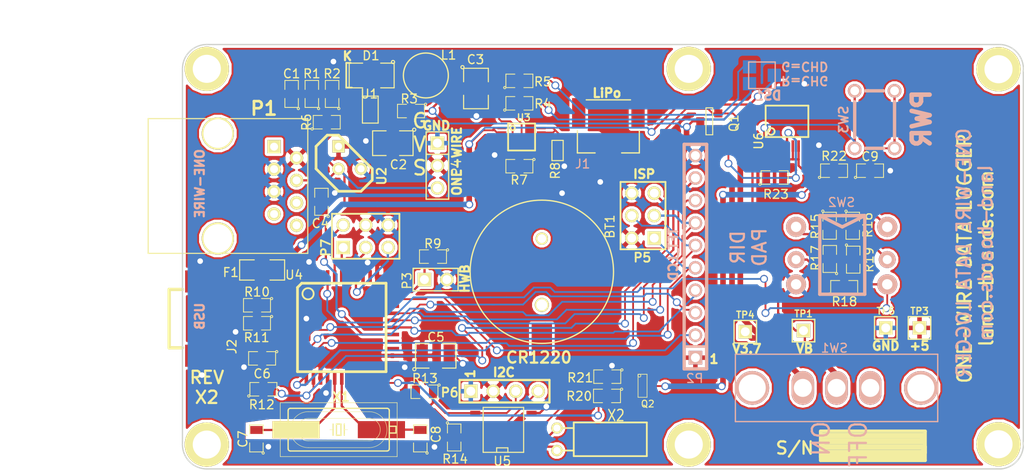
<source format=kicad_pcb>
(kicad_pcb (version 3) (host pcbnew "(2013-05-31 BZR 4019)-stable")
  (title_block (title "One Wire Data Logger") (rev X1))
  (layers (15 F.Cu signal) (0 B.Cu signal) (20 B.SilkS user) (21 F.SilkS user) (22 B.Mask user) (23 F.Mask user) (28 Edge.Cuts user))
  (net 0 "")
  (net 1 +5V)
  (net 2 "/5-Way Switch/SW5WAY")
  (net 3 "/5V Power Supply/3.7V")
  (net 4 "/LiPo Battery Charger/VB-3.7")
  (net 5 /Microprocessor/ADC1)
  (net 6 /Microprocessor/ADC4)
  (net 7 /Microprocessor/ADC5)
  (net 8 /Microprocessor/ADC6)
  (net 9 /Microprocessor/BKLT)
  (net 10 /Microprocessor/BUSBP)
  (net 11 /Microprocessor/BUSPM)
  (net 12 /Microprocessor/LCDCS)
  (net 13 /Microprocessor/LCDRS)
  (net 14 /Microprocessor/LCDRST)
  (net 15 /Microprocessor/MISO)
  (net 16 /Microprocessor/MOSI)
  (net 17 /Microprocessor/ONE-WIRE)
  (net 18 /Microprocessor/PWR-OFF)
  (net 19 /Microprocessor/RST)
  (net 20 /Microprocessor/SCK)
  (net 21 /Microprocessor/SCLK)
  (net 22 /Microprocessor/SDA)
  (net 23 /Microprocessor/SDCS)
  (net 24 /Microprocessor/USB-DM)
  (net 25 /Microprocessor/USB-DP)
  (net 26 /Microprocessor/USB5V)
  (net 27 /Microprocessor/V5USB)
  (net 28 /Microprocessor/~HWB)
  (net 29 /PowerSwitch/GATE)
  (net 30 GND)
  (net 31 N-0000017)
  (net 32 N-0000018)
  (net 33 N-0000019)
  (net 34 N-0000021)
  (net 35 N-0000022)
  (net 36 N-0000023)
  (net 37 N-0000024)
  (net 38 N-0000025)
  (net 39 N-0000026)
  (net 40 N-0000027)
  (net 41 N-0000029)
  (net 42 N-0000031)
  (net 43 N-0000032)
  (net 44 N-0000035)
  (net 45 N-0000054)
  (net 46 N-0000069)
  (net 47 N-0000070)
  (net 48 N-0000071)
  (net 49 N-0000072)
  (net 50 N-0000076)
  (net 51 N-0000078)
  (net 52 N-0000083)
  (net 53 N-0000084)
  (module IND-3MM (layer F.Cu) (at 75.796 39.0116 180)
    (fp_text reference L1 (at -2.563 2.3086 180) (layer F.SilkS))
    (fp_text value 10uH hide)
    (pad 1 smd rect (at -1.9 0 180) (size 1.8 2.5) (layers F.Cu F.Mask) (net 3 "/5V Power Supply/3.7V"))
    (pad 2 smd rect (at 1.9 0 180) (size 1.8 2.7) (layers F.Cu F.Mask) (net 38 N-0000025))
  )
  (module TQFP44 (layer F.Cu) (at 66.296 67.5116)
    (fp_text reference U4 (at -5.3868 -5.942) (layer F.SilkS))
    (fp_text value ATMEGA32U4-AU hide)
    (pad 39 smd rect (at 0 -5.715) (size 0.4064 1.524) (layers F.Cu F.Mask) (net 6 /Microprocessor/ADC4))
    (pad 40 smd rect (at -0.8001 -5.715) (size 0.4064 1.524) (layers F.Cu F.Mask) (net 5 /Microprocessor/ADC1))
    (pad 41 smd rect (at -1.6002 -5.715) (size 0.4064 1.524) (layers F.Cu F.Mask) (net 2 "/5-Way Switch/SW5WAY"))
    (pad 42 smd rect (at -2.4003 -5.715) (size 0.4064 1.524) (layers F.Cu F.Mask))
    (pad 43 smd rect (at -3.2004 -5.715) (size 0.4064 1.524) (layers F.Cu F.Mask) (net 30 GND))
    (pad 44 smd rect (at -4.0005 -5.715) (size 0.4064 1.524) (layers F.Cu F.Mask) (net 1 +5V))
    (pad 38 smd rect (at 0.8001 -5.715) (size 0.4064 1.524) (layers F.Cu F.Mask) (net 7 /Microprocessor/ADC5))
    (pad 37 smd rect (at 1.6002 -5.715) (size 0.4064 1.524) (layers F.Cu F.Mask) (net 8 /Microprocessor/ADC6))
    (pad 36 smd rect (at 2.4003 -5.715) (size 0.4064 1.524) (layers F.Cu F.Mask))
    (pad 35 smd rect (at 3.2004 -5.715) (size 0.4064 1.524) (layers F.Cu F.Mask) (net 30 GND))
    (pad 34 smd rect (at 4.0005 -5.715) (size 0.4064 1.524) (layers F.Cu F.Mask) (net 1 +5V))
    (pad 17 smd rect (at 0 5.715) (size 0.4064 1.524) (layers F.Cu F.Mask) (net 41 N-0000029))
    (pad 16 smd rect (at -0.8001 5.715) (size 0.4064 1.524) (layers F.Cu F.Mask) (net 44 N-0000035))
    (pad 15 smd rect (at -1.6002 5.715) (size 0.4064 1.524) (layers F.Cu F.Mask) (net 30 GND))
    (pad 14 smd rect (at -2.4003 5.715) (size 0.4064 1.524) (layers F.Cu F.Mask) (net 1 +5V))
    (pad 13 smd rect (at -3.2004 5.715) (size 0.4064 1.524) (layers F.Cu F.Mask) (net 19 /Microprocessor/RST))
    (pad 12 smd rect (at -4.0005 5.715) (size 0.4064 1.524) (layers F.Cu F.Mask) (net 23 /Microprocessor/SDCS))
    (pad 18 smd rect (at 0.8001 5.715) (size 0.4064 1.524) (layers F.Cu F.Mask) (net 21 /Microprocessor/SCLK))
    (pad 19 smd rect (at 1.6002 5.715) (size 0.4064 1.524) (layers F.Cu F.Mask) (net 22 /Microprocessor/SDA))
    (pad 20 smd rect (at 2.4003 5.715) (size 0.4064 1.524) (layers F.Cu F.Mask))
    (pad 21 smd rect (at 3.2004 5.715) (size 0.4064 1.524) (layers F.Cu F.Mask))
    (pad 22 smd rect (at 4.0005 5.715) (size 0.4064 1.524) (layers F.Cu F.Mask) (net 18 /Microprocessor/PWR-OFF))
    (pad 6 smd rect (at -5.715 0) (size 1.524 0.4064) (layers F.Cu F.Mask) (net 45 N-0000054))
    (pad 28 smd rect (at 5.715 0) (size 1.524 0.4064) (layers F.Cu F.Mask) (net 13 /Microprocessor/LCDRS))
    (pad 7 smd rect (at -5.715 0.8001) (size 1.524 0.4064) (layers F.Cu F.Mask) (net 1 +5V))
    (pad 27 smd rect (at 5.715 0.8001) (size 1.524 0.4064) (layers F.Cu F.Mask) (net 17 /Microprocessor/ONE-WIRE))
    (pad 26 smd rect (at 5.715 1.6002) (size 1.524 0.4064) (layers F.Cu F.Mask))
    (pad 8 smd rect (at -5.715 1.6002) (size 1.524 0.4064) (layers F.Cu F.Mask))
    (pad 9 smd rect (at -5.715 2.4003) (size 1.524 0.4064) (layers F.Cu F.Mask) (net 20 /Microprocessor/SCK))
    (pad 25 smd rect (at 5.715 2.4003) (size 1.524 0.4064) (layers F.Cu F.Mask))
    (pad 24 smd rect (at 5.715 3.2004) (size 1.524 0.4064) (layers F.Cu F.Mask) (net 1 +5V))
    (pad 10 smd rect (at -5.715 3.2004) (size 1.524 0.4064) (layers F.Cu F.Mask) (net 16 /Microprocessor/MOSI))
    (pad 11 smd rect (at -5.715 4.0005) (size 1.524 0.4064) (layers F.Cu F.Mask) (net 15 /Microprocessor/MISO))
    (pad 23 smd rect (at 5.715 4.0005) (size 1.524 0.4064) (layers F.Cu F.Mask) (net 30 GND))
    (pad 29 smd rect (at 5.715 -0.8001) (size 1.524 0.4064) (layers F.Cu F.Mask) (net 12 /Microprocessor/LCDCS))
    (pad 5 smd rect (at -5.715 -0.8001) (size 1.524 0.4064) (layers F.Cu F.Mask) (net 30 GND))
    (pad 4 smd rect (at -5.715 -1.6002) (size 1.524 0.4064) (layers F.Cu F.Mask) (net 10 /Microprocessor/BUSBP))
    (pad 30 smd rect (at 5.715 -1.6002) (size 1.524 0.4064) (layers F.Cu F.Mask) (net 14 /Microprocessor/LCDRST))
    (pad 31 smd rect (at 5.715 -2.4003) (size 1.524 0.4064) (layers F.Cu F.Mask))
    (pad 3 smd rect (at -5.715 -2.4003) (size 1.524 0.4064) (layers F.Cu F.Mask) (net 11 /Microprocessor/BUSPM))
    (pad 2 smd rect (at -5.715 -3.2004) (size 1.524 0.4064) (layers F.Cu F.Mask) (net 1 +5V))
    (pad 32 smd rect (at 5.715 -3.2004) (size 1.524 0.4064) (layers F.Cu F.Mask) (net 9 /Microprocessor/BKLT))
    (pad 33 smd rect (at 5.715 -4.0005) (size 1.524 0.4064) (layers F.Cu F.Mask) (net 28 /Microprocessor/~HWB))
    (pad 1 smd rect (at -5.715 -4.0005) (size 1.524 0.4064) (layers F.Cu F.Mask))
  )
  (module SM1210 (layer F.Cu) (at 76.9112 70.7136)
    (fp_text reference C5 (at 0.0254 -2.1082) (layer F.SilkS))
    (fp_text value 10uF hide)
    (pad 1 smd rect (at -1.524 0) (size 1.27 2.54) (layers F.Cu F.Mask) (net 1 +5V))
    (pad 2 smd rect (at 1.524 0) (size 1.27 2.54) (layers F.Cu F.Mask) (net 30 GND))
  )
  (module SM1210 (layer F.Cu) (at 81.4578 40.4876 270)
    (fp_text reference C3 (at -3.2766 0.0508 360) (layer F.SilkS))
    (fp_text value 4.7uF hide)
    (pad 1 smd rect (at -1.524 0 270) (size 1.27 2.54) (layers F.Cu F.Mask) (net 3 "/5V Power Supply/3.7V"))
    (pad 2 smd rect (at 1.524 0 270) (size 1.27 2.54) (layers F.Cu F.Mask) (net 30 GND))
  )
  (module SM1210 (layer F.Cu) (at 72.0648 46.6722 180)
    (fp_text reference C2 (at -0.6352 -2.4278 180) (layer F.SilkS))
    (fp_text value 4.7uF hide)
    (pad 1 smd rect (at -1.524 0 180) (size 1.27 2.54) (layers F.Cu F.Mask) (net 1 +5V))
    (pad 2 smd rect (at 1.524 0 180) (size 1.27 2.54) (layers F.Cu F.Mask) (net 30 GND))
  )
  (module SM1206 (layer F.Cu) (at 57.296 61.0116 180)
    (fp_text reference F1 (at 3.539 -0.281 180) (layer F.SilkS))
    (fp_text value FUSE hide)
    (pad 1 smd rect (at -1.651 0 180) (size 1.524 2.032) (layers F.Cu F.Mask) (net 27 /Microprocessor/V5USB))
    (pad 2 smd rect (at 1.651 0 180) (size 1.524 2.032) (layers F.Cu F.Mask) (net 26 /Microprocessor/USB5V))
  )
  (module SM0805 (layer F.Cu) (at 60.6286 41.1032 90)
    (fp_text reference C1 (at 2.286 0 180) (layer F.SilkS))
    (fp_text value 680pF hide)
    (pad 1 smd rect (at -0.9525 0 90) (size 0.889 1.397) (layers F.Cu F.Mask) (net 37 N-0000024))
    (pad 2 smd rect (at 0.9525 0 90) (size 0.889 1.397) (layers F.Cu F.Mask) (net 1 +5V))
  )
  (module SM0805 (layer F.Cu) (at 57.44 74.5006)
    (fp_text reference R12 (at -0.19 1.7494) (layer F.SilkS))
    (fp_text value 10K hide)
    (pad 1 smd rect (at -0.9525 0) (size 0.889 1.397) (layers F.Cu F.Mask) (net 1 +5V))
    (pad 2 smd rect (at 0.9525 0) (size 0.889 1.397) (layers F.Cu F.Mask) (net 19 /Microprocessor/RST))
  )
  (module SM0805 (layer F.Cu) (at 64 53.3 90)
    (fp_text reference C4 (at -2.453 -0.119 180) (layer F.SilkS))
    (fp_text value 0.1uF hide)
    (pad 1 smd rect (at -0.9525 0 90) (size 0.889 1.397) (layers F.Cu F.Mask) (net 1 +5V))
    (pad 2 smd rect (at 0.9525 0 90) (size 0.889 1.397) (layers F.Cu F.Mask) (net 30 GND))
  )
  (module SM0805 (layer F.Cu) (at 56.717 65.0046 180)
    (fp_text reference R10 (at 0 1.5 180) (layer F.SilkS))
    (fp_text value 22 hide)
    (pad 1 smd rect (at -0.9525 0 180) (size 0.889 1.397) (layers F.Cu F.Mask) (net 11 /Microprocessor/BUSPM))
    (pad 2 smd rect (at 0.9525 0 180) (size 0.889 1.397) (layers F.Cu F.Mask) (net 24 /Microprocessor/USB-DM))
  )
  (module SM0805 (layer F.Cu) (at 56.717 67.0366 180)
    (fp_text reference R11 (at 0.039 -1.622 180) (layer F.SilkS))
    (fp_text value 22 hide)
    (pad 1 smd rect (at -0.9525 0 180) (size 0.889 1.397) (layers F.Cu F.Mask) (net 10 /Microprocessor/BUSBP))
    (pad 2 smd rect (at 0.9525 0 180) (size 0.889 1.397) (layers F.Cu F.Mask) (net 25 /Microprocessor/USB-DP))
  )
  (module SM0805 (layer F.Cu) (at 57.296 71.0116 180)
    (fp_text reference C6 (at -0.0064 -1.734 180) (layer F.SilkS))
    (fp_text value 1uF hide)
    (pad 1 smd rect (at -0.9525 0 180) (size 0.889 1.397) (layers F.Cu F.Mask) (net 45 N-0000054))
    (pad 2 smd rect (at 0.9525 0 180) (size 0.889 1.397) (layers F.Cu F.Mask) (net 30 GND))
  )
  (module SM0805 (layer F.Cu) (at 65.2006 41.1032 90)
    (fp_text reference R2 (at 2.286 0 180) (layer F.SilkS))
    (fp_text value 1K hide)
    (pad 1 smd rect (at -0.9525 0 90) (size 0.889 1.397) (layers F.Cu F.Mask) (net 37 N-0000024))
    (pad 2 smd rect (at 0.9525 0 90) (size 0.889 1.397) (layers F.Cu F.Mask) (net 30 GND))
  )
  (module SM0805 (layer F.Cu) (at 62.9146 41.1032 90)
    (fp_text reference R1 (at 2.286 0 180) (layer F.SilkS))
    (fp_text value 3.09K hide)
    (pad 1 smd rect (at -0.9525 0 90) (size 0.889 1.397) (layers F.Cu F.Mask) (net 37 N-0000024))
    (pad 2 smd rect (at 0.9525 0 90) (size 0.889 1.397) (layers F.Cu F.Mask) (net 1 +5V))
  )
  (module SM0805 (layer F.Cu) (at 74.116 43.0336 180)
    (fp_text reference R3 (at 0.202 1.3776 180) (layer F.SilkS))
    (fp_text value 1M hide)
    (pad 1 smd rect (at -0.9525 0 180) (size 0.889 1.397) (layers F.Cu F.Mask) (net 3 "/5V Power Supply/3.7V"))
    (pad 2 smd rect (at 0.9525 0 180) (size 0.889 1.397) (layers F.Cu F.Mask) (net 39 N-0000026))
  )
  (module MSOP10-0.5 (layer F.Cu) (at 86.614 45.974 270)
    (fp_text reference U3 (at -2.204 -0.2384 360) (layer F.SilkS) (effects (font (size 0.762 0.762) (thickness 0.1524))))
    (fp_text value MCP73833 hide)
    (pad 1 smd rect (at -1.016 2.2225 270) (size 0.26924 1.00076) (layers F.Cu F.Mask) (net 27 /Microprocessor/V5USB))
    (pad 2 smd rect (at -0.508 2.2225 270) (size 0.26924 1.00076) (layers F.Cu F.Mask) (net 27 /Microprocessor/V5USB))
    (pad 3 smd rect (at 0 2.2225 270) (size 0.26924 1.00076) (layers F.Cu F.Mask) (net 36 N-0000023))
    (pad 4 smd rect (at 0.508 2.2225 270) (size 0.26924 1.00076) (layers F.Cu F.Mask) (net 32 N-0000018))
    (pad 5 smd rect (at 1.016 2.2225 270) (size 0.26924 1.00076) (layers F.Cu F.Mask) (net 30 GND))
    (pad 6 smd rect (at 1.016 -2.2225 270) (size 0.26924 1.00076) (layers F.Cu F.Mask) (net 31 N-0000017))
    (pad 7 smd rect (at 0.508 -2.2225 270) (size 0.26924 1.00076) (layers F.Cu F.Mask))
    (pad 8 smd rect (at 0 -2.2225 270) (size 0.26924 1.00076) (layers F.Cu F.Mask) (net 33 N-0000019))
    (pad 9 smd rect (at -0.508 -2.2225 270) (size 0.26924 1.00076) (layers F.Cu F.Mask) (net 4 "/LiPo Battery Charger/VB-3.7"))
    (pad 10 smd rect (at -1.016 -2.2225 270) (size 0.26924 1.00076) (layers F.Cu F.Mask) (net 4 "/LiPo Battery Charger/VB-3.7"))
  )
  (module USB-B-MINI (layer F.Cu) (at 46.796 66.5116 270)
    (fp_text reference J2 (at 3.163 -7.088 270) (layer F.SilkS))
    (fp_text value USB-B hide)
    (pad G2 smd rect (at 4.20116 -3.70078 270) (size 2.49936 3.79984) (layers F.Cu F.Mask) (net 30 GND))
    (pad G1 smd rect (at -4.20116 -3.70078 270) (size 2.49936 3.79984) (layers F.Cu F.Mask) (net 30 GND))
    (pad 4 smd rect (at 1.6002 -6.10108 270) (size 0.50038 1.39954) (layers F.Cu F.Mask) (net 30 GND))
    (pad NC smd rect (at 0.8001 -6.10108 270) (size 0.50038 1.39954) (layers F.Cu F.Mask))
    (pad 1 smd rect (at -1.6002 -6.10108 270) (size 0.50038 1.39954) (layers F.Cu F.Mask) (net 26 /Microprocessor/USB5V))
    (pad 2 smd rect (at -0.8001 -6.10108 270) (size 0.50038 1.39954) (layers F.Cu F.Mask) (net 24 /Microprocessor/USB-DM))
    (pad 3 smd rect (at 0 -6.10108 270) (size 0.50038 1.39954) (layers F.Cu F.Mask) (net 25 /Microprocessor/USB-DP))
  )
  (module SOD-123 (layer F.Cu) (at 69.6722 39.0144 180)
    (fp_text reference D1 (at 0.0762 2.2352 180) (layer F.SilkS))
    (fp_text value MBR0520LT1G hide)
    (pad 1 smd rect (at -1.63576 0 180) (size 0.90932 1.2192) (layers F.Cu F.Mask) (net 38 N-0000025))
    (pad 2 smd rect (at 1.63576 0 180) (size 0.90932 1.2192) (layers F.Cu F.Mask) (net 1 +5V))
  )
  (module SOT23-5 (layer F.Cu) (at 69.5198 42.8752 270)
    (fp_text reference U1 (at -1.7752 0.1198 360) (layer F.SilkS))
    (fp_text value LMR62014 hide)
    (pad 1 smd rect (at -0.9525 1.27 270) (size 0.508 0.762) (layers F.Cu F.Mask) (net 38 N-0000025))
    (pad 3 smd rect (at 0.9525 1.27 270) (size 0.508 0.762) (layers F.Cu F.Mask) (net 37 N-0000024))
    (pad 5 smd rect (at -0.9525 -1.27 270) (size 0.508 0.762) (layers F.Cu F.Mask) (net 3 "/5V Power Supply/3.7V"))
    (pad 2 smd rect (at 0 1.27 270) (size 0.508 0.762) (layers F.Cu F.Mask) (net 30 GND))
    (pad 4 smd rect (at 0.9525 -1.27 270) (size 0.508 0.762) (layers F.Cu F.Mask) (net 39 N-0000026))
  )
  (module PIN_ARRAY-10X1 (layer B.Cu) (at 106.25 59.5 90)
    (fp_text reference P2 (at -13.779 -0.078 360) (layer B.SilkS) (effects (justify mirror)))
    (fp_text value TFT_LCD hide)
    (pad 10 thru_hole circle (at 11.43 0 90) (size 1.524 1.524) (drill 1.016) (layers *.Cu *.Mask B.SilkS) (net 30 GND))
    (pad 9 thru_hole circle (at 8.89 0 90) (size 1.524 1.524) (drill 1.016) (layers *.Cu *.Mask B.SilkS) (net 23 /Microprocessor/SDCS))
    (pad 6 thru_hole circle (at 1.27 0 90) (size 1.524 1.524) (drill 1.016) (layers *.Cu *.Mask B.SilkS) (net 16 /Microprocessor/MOSI))
    (pad 5 thru_hole circle (at -1.27 0 90) (size 1.524 1.524) (drill 1.016) (layers *.Cu *.Mask B.SilkS) (net 15 /Microprocessor/MISO))
    (pad 1 thru_hole rect (at -11.43 0 90) (size 1.524 1.524) (drill 1.016) (layers *.Cu *.Mask B.SilkS) (net 1 +5V))
    (pad 2 thru_hole circle (at -8.89 0 90) (size 1.524 1.524) (drill 1.016) (layers *.Cu *.Mask B.SilkS) (net 9 /Microprocessor/BKLT))
    (pad 3 thru_hole circle (at -6.35 0 90) (size 1.524 1.524) (drill 1.016) (layers *.Cu *.Mask B.SilkS) (net 14 /Microprocessor/LCDRST))
    (pad 4 thru_hole circle (at -3.81 0 90) (size 1.524 1.524) (drill 1.016) (layers *.Cu *.Mask B.SilkS) (net 13 /Microprocessor/LCDRS))
    (pad 7 thru_hole circle (at 3.81 0 90) (size 1.524 1.524) (drill 1.016) (layers *.Cu *.Mask B.SilkS) (net 20 /Microprocessor/SCK))
    (pad 8 thru_hole circle (at 6.35 0 90) (size 1.524 1.524) (drill 1.016) (layers *.Cu *.Mask B.SilkS) (net 12 /Microprocessor/LCDCS))
  )
  (module SM0805 (layer F.Cu) (at 86.36 39.624)
    (fp_text reference R5 (at 2.6416 0.1016) (layer F.SilkS))
    (fp_text value 470 hide)
    (pad 1 smd rect (at -0.9525 0) (size 0.889 1.397) (layers F.Cu F.Mask) (net 36 N-0000023))
    (pad 2 smd rect (at 0.9525 0) (size 0.889 1.397) (layers F.Cu F.Mask) (net 34 N-0000021))
  )
  (module SM0805 (layer F.Cu) (at 86.36 42.164)
    (fp_text reference R4 (at 2.667 0.0508) (layer F.SilkS))
    (fp_text value 470 hide)
    (pad 1 smd rect (at -0.9525 0) (size 0.889 1.397) (layers F.Cu F.Mask) (net 32 N-0000018))
    (pad 2 smd rect (at 0.9525 0) (size 0.889 1.397) (layers F.Cu F.Mask) (net 35 N-0000022))
  )
  (module PIN_ARRAY_2X1 (layer F.Cu) (at 76.9 62.1)
    (fp_text reference P3 (at -3.24 0.13 90) (layer F.SilkS))
    (fp_text value CONN_2 hide)
    (pad 1 thru_hole rect (at -1.27 0) (size 1.524 1.524) (drill 1.016) (layers *.Cu *.Mask F.SilkS) (net 28 /Microprocessor/~HWB))
    (pad 2 thru_hole circle (at 1.27 0) (size 1.524 1.524) (drill 1.016) (layers *.Cu *.Mask F.SilkS) (net 30 GND))
  )
  (module SM0805 (layer F.Cu) (at 76.6 59.5 180)
    (fp_text reference R9 (at 0.019 1.461 180) (layer F.SilkS))
    (fp_text value 10K hide)
    (pad 1 smd rect (at -0.9525 0 180) (size 0.889 1.397) (layers F.Cu F.Mask) (net 1 +5V))
    (pad 2 smd rect (at 0.9525 0 180) (size 0.889 1.397) (layers F.Cu F.Mask) (net 28 /Microprocessor/~HWB))
  )
  (module SO8N (layer F.Cu) (at 84.5566 79.0956 90)
    (fp_text reference U5 (at -3.5306 -0.127 180) (layer F.SilkS))
    (fp_text value DS1307 hide)
    (pad 8 smd rect (at -1.905 -3.175 90) (size 0.508 1.143) (layers F.Cu F.Mask) (net 1 +5V))
    (pad 7 smd rect (at -0.635 -3.175 90) (size 0.508 1.143) (layers F.Cu F.Mask))
    (pad 6 smd rect (at 0.635 -3.175 90) (size 0.508 1.143) (layers F.Cu F.Mask) (net 21 /Microprocessor/SCLK))
    (pad 5 smd rect (at 1.905 -3.175 90) (size 0.508 1.143) (layers F.Cu F.Mask) (net 22 /Microprocessor/SDA))
    (pad 4 smd rect (at 1.905 3.175 90) (size 0.508 1.143) (layers F.Cu F.Mask) (net 30 GND))
    (pad 3 smd rect (at 0.635 3.175 90) (size 0.508 1.143) (layers F.Cu F.Mask) (net 40 N-0000027))
    (pad 2 smd rect (at -0.635 3.175 90) (size 0.508 1.143) (layers F.Cu F.Mask) (net 43 N-0000032))
    (pad 1 smd rect (at -1.905 3.175 90) (size 0.508 1.143) (layers F.Cu F.Mask) (net 42 N-0000031))
  )
  (module SM0805 (layer F.Cu) (at 78.994 79.9592 270)
    (fp_text reference R14 (at 2.4384 -0.1016 360) (layer F.SilkS))
    (fp_text value 10K hide)
    (pad 1 smd rect (at -0.9525 0 270) (size 0.889 1.397) (layers F.Cu F.Mask) (net 21 /Microprocessor/SCLK))
    (pad 2 smd rect (at 0.9525 0 270) (size 0.889 1.397) (layers F.Cu F.Mask) (net 1 +5V))
  )
  (module SM0805 (layer F.Cu) (at 75.64 74.7836 180)
    (fp_text reference R13 (at -0.052 1.5046 180) (layer F.SilkS))
    (fp_text value 10K hide)
    (pad 1 smd rect (at -0.9525 0 180) (size 0.889 1.397) (layers F.Cu F.Mask) (net 22 /Microprocessor/SDA))
    (pad 2 smd rect (at 0.9525 0 180) (size 0.889 1.397) (layers F.Cu F.Mask) (net 1 +5V))
  )
  (module SM0805 (layer F.Cu) (at 86.36 49.276 180)
    (fp_text reference R7 (at 0.029 -1.563 180) (layer F.SilkS))
    (fp_text value 2.2K hide)
    (pad 1 smd rect (at -0.9525 0 180) (size 0.889 1.397) (layers F.Cu F.Mask) (net 31 N-0000017))
    (pad 2 smd rect (at 0.9525 0 180) (size 0.889 1.397) (layers F.Cu F.Mask) (net 30 GND))
  )
  (module SM0603 (layer F.Cu) (at 90.678 47.498 270)
    (fp_text reference R8 (at 2.286 0.254 270) (layer F.SilkS))
    (fp_text value NTC-10K hide)
    (pad 1 smd rect (at -0.762 0 270) (size 0.635 1.143) (layers F.Cu F.Mask) (net 33 N-0000019))
    (pad 2 smd rect (at 0.762 0 270) (size 0.635 1.143) (layers F.Cu F.Mask) (net 30 GND))
  )
  (module SM0805 (layer F.Cu) (at 64.6 44.3)
    (fp_text reference R6 (at -2.286 0 90) (layer F.SilkS))
    (fp_text value 4.7K hide)
    (pad 1 smd rect (at -0.9525 0) (size 0.889 1.397) (layers F.Cu F.Mask) (net 1 +5V))
    (pad 2 smd rect (at 0.9525 0) (size 0.889 1.397) (layers F.Cu F.Mask) (net 17 /Microprocessor/ONE-WIRE))
  )
  (module MTG-4-40-SMALL (layer F.Cu) (at 52.296 39.5116)
    (fp_text reference MTG1 hide)
    (fp_text value CONN_1 hide)
    (pad 1 thru_hole circle (at -1.25 -1.25) (size 5 5) (drill 3.174999) (layers *.Cu *.Mask F.SilkS))
  )
  (module MTG-4-40-SMALL (layer F.Cu) (at 104 39.5116)
    (fp_text reference MTG4 hide)
    (fp_text value CONN_1 hide)
    (pad 1 thru_hole circle (at 1.5 -1.25) (size 5 5) (drill 3.174999) (layers *.Cu *.Mask F.SilkS))
  )
  (module MTG-4-40-SMALL (layer F.Cu) (at 52.296 76.7616)
    (fp_text reference MTG3 hide)
    (fp_text value CONN_1 hide)
    (pad 1 thru_hole circle (at -1.25 4) (size 5 5) (drill 3.174999) (layers *.Cu *.Mask F.SilkS))
  )
  (module MTG-4-40-SMALL (layer F.Cu) (at 104.296 76.7616)
    (fp_text reference MTG2 hide)
    (fp_text value CONN_1 hide)
    (pad 1 thru_hole circle (at 1.204 4) (size 5 5) (drill 3.174999) (layers *.Cu *.Mask F.SilkS))
  )
  (module SM0805 (layer F.Cu) (at 124.0282 56.007 270)
    (fp_text reference R16 (at -0.0762 -1.7018 270) (layer F.SilkS))
    (fp_text value 1K hide)
    (pad 1 smd rect (at -0.9525 0 270) (size 0.889 1.397) (layers F.Cu F.Mask) (net 49 N-0000072))
    (pad 2 smd rect (at 0.9525 0 270) (size 0.889 1.397) (layers F.Cu F.Mask) (net 48 N-0000071))
  )
  (module SM0805 (layer F.Cu) (at 121.412 56.007 270)
    (fp_text reference R15 (at 0.0762 1.5494 270) (layer F.SilkS))
    (fp_text value 3.3K hide)
    (pad 1 smd rect (at -0.9525 0 270) (size 0.889 1.397) (layers F.Cu F.Mask) (net 49 N-0000072))
    (pad 2 smd rect (at 0.9525 0 270) (size 0.889 1.397) (layers F.Cu F.Mask) (net 47 N-0000070))
  )
  (module SM0805 (layer F.Cu) (at 121.4374 59.7662 90)
    (fp_text reference R17 (at 0.1016 -1.5748 90) (layer F.SilkS))
    (fp_text value 560 hide)
    (pad 1 smd rect (at -0.9525 0 90) (size 0.889 1.397) (layers F.Cu F.Mask) (net 46 N-0000069))
    (pad 2 smd rect (at 0.9525 0 90) (size 0.889 1.397) (layers F.Cu F.Mask) (net 48 N-0000071))
  )
  (module SM0805 (layer F.Cu) (at 124.079 59.8424 270)
    (fp_text reference R19 (at 0.0254 -1.778 270) (layer F.SilkS))
    (fp_text value 330 hide)
    (pad 1 smd rect (at -0.9525 0 270) (size 0.889 1.397) (layers F.Cu F.Mask) (net 46 N-0000069))
    (pad 2 smd rect (at 0.9525 0 270) (size 0.889 1.397) (layers F.Cu F.Mask) (net 2 "/5-Way Switch/SW5WAY"))
  )
  (module SM0805 (layer F.Cu) (at 123.063 62.9666)
    (fp_text reference R18 (at 0.0254 1.6256) (layer F.SilkS))
    (fp_text value 1.8K hide)
    (pad 1 smd rect (at -0.9525 0) (size 0.889 1.397) (layers F.Cu F.Mask) (net 1 +5V))
    (pad 2 smd rect (at 0.9525 0) (size 0.889 1.397) (layers F.Cu F.Mask) (net 2 "/5-Way Switch/SW5WAY"))
  )
  (module SW5WAY (layer B.Cu) (at 127.925 56.1364 270)
    (fp_text reference SW2 (at -2.771 5.1668 360) (layer B.SilkS) (effects (justify mirror)))
    (fp_text value SW5WAY hide)
    (pad 1 thru_hole circle (at 0 0 270) (size 2.2606 2.2606) (drill 1.17094) (layers *.Cu *.Mask B.SilkS) (net 49 N-0000072))
    (pad 2 thru_hole circle (at 3.70078 0 270) (size 1.91008 1.91008) (drill 1.021079) (layers *.Cu *.Mask B.SilkS) (net 48 N-0000071))
    (pad 3 thru_hole circle (at 6.49986 0 270) (size 2.2606 2.2606) (drill 1.17094) (layers *.Cu *.Mask B.SilkS) (net 2 "/5-Way Switch/SW5WAY"))
    (pad 4 thru_hole circle (at 6.49986 10.2997 270) (size 2.2606 2.2606) (drill 1.17094) (layers *.Cu *.Mask B.SilkS) (net 30 GND))
    (pad 5 thru_hole circle (at 3.70078 10.2997 270) (size 1.91008 1.91008) (drill 1.021079) (layers *.Cu *.Mask B.SilkS) (net 46 N-0000069))
    (pad 6 thru_hole circle (at 0 10.2997 270) (size 2.2606 2.2606) (drill 1.17094) (layers *.Cu *.Mask B.SilkS) (net 47 N-0000070))
  )
  (module MTG-4-40-SMALL (layer F.Cu) (at 140.498 38.3056)
    (fp_text reference MTG6 hide)
    (fp_text value CONN_1 hide)
    (pad 1 thru_hole circle (at 0 0) (size 5 5) (drill 3.174999) (layers *.Cu *.Mask F.SilkS))
  )
  (module MTG-4-40-SMALL (layer F.Cu) (at 140.498 80.7236)
    (fp_text reference MTG5 hide)
    (fp_text value CONN_1 hide)
    (pad 1 thru_hole circle (at 0 0) (size 5 5) (drill 3.174999) (layers *.Cu *.Mask F.SilkS))
  )
  (module FIDUCIAL (layer F.Cu) (at 135.164 79.9616)
    (fp_text reference FID1 hide)
    (fp_text value CONN_1 hide)
    (pad 1 smd circle (at 0 0) (size 1 1) (layers F.Cu F.Mask) (clearance 1))
  )
  (module FIDUCIAL (layer F.Cu) (at 56.424 39.4486)
    (fp_text reference FID2 hide)
    (fp_text value CONN_1 hide)
    (pad 1 smd circle (at 0 0) (size 1 1) (layers F.Cu F.Mask) (clearance 1))
  )
  (module SM0805 (layer F.Cu) (at 75.1692 80.0632 90)
    (fp_text reference C8 (at 0.4572 1.778 90) (layer F.SilkS))
    (fp_text value 18pF hide)
    (pad 1 smd rect (at -0.9525 0 90) (size 0.889 1.397) (layers F.Cu F.Mask) (net 30 GND))
    (pad 2 smd rect (at 0.9525 0 90) (size 0.889 1.397) (layers F.Cu F.Mask) (net 41 N-0000029))
  )
  (module SM0805 (layer F.Cu) (at 56.6526 80.0632 90)
    (fp_text reference C7 (at -0.0738 -1.5346 90) (layer F.SilkS))
    (fp_text value 18pF hide)
    (pad 1 smd rect (at -0.9525 0 90) (size 0.889 1.397) (layers F.Cu F.Mask) (net 30 GND))
    (pad 2 smd rect (at 0.9525 0 90) (size 0.889 1.397) (layers F.Cu F.Mask) (net 44 N-0000035))
  )
  (module crystal-HC49UP (layer F.Cu) (at 65.949 79.0726)
    (fp_text reference X1 (at 0.2688 -3.7108) (layer F.SilkS) (effects (font (size 1.016 1.016) (thickness 0.2032))))
    (fp_text value CRYSTAL hide)
    (pad 1 smd rect (at -4.826 0) (size 5.334 1.9304) (layers F.Cu F.SilkS F.Mask) (net 44 N-0000035))
    (pad 2 smd rect (at 4.826 0) (size 5.334 1.9304) (layers F.Cu F.Mask) (net 41 N-0000029))
  )
  (module SW-SPDT-SLIDE (layer B.Cu) (at 122.2 74.35)
    (fp_text reference SW1 (at -0.25 -4.5) (layer B.SilkS) (effects (justify mirror)))
    (fp_text value SW-SPDT hide)
    (pad 1 thru_hole oval (at -3.81 0) (size 2.54 3.81) (drill 2.032) (layers *.Cu *.Mask B.SilkS) (net 3 "/5V Power Supply/3.7V"))
    (pad 2 thru_hole oval (at 0 0) (size 2.54 3.81) (drill 2.032) (layers *.Cu *.Mask B.SilkS) (net 4 "/LiPo Battery Charger/VB-3.7"))
    (pad 3 thru_hole oval (at 3.81 0) (size 2.54 3.81) (drill 2.032) (layers *.Cu *.Mask B.SilkS))
    (pad "" thru_hole circle (at -9.525 0) (size 3.81 3.81) (drill 3.048) (layers *.Cu *.Mask B.SilkS))
    (pad "" thru_hole circle (at 9.525 0) (size 3.81 3.81) (drill 3.048) (layers *.Cu *.Mask B.SilkS))
  )
  (module RJ45_8-TH (layer F.Cu) (at 52.296 51.5116 270)
    (fp_text reference P1 (at -8.7616 -5.204 360) (layer F.SilkS) (effects (font (size 1.524 1.524) (thickness 0.3048))))
    (fp_text value CNT-RJ45-8 hide)
    (pad Hole thru_hole circle (at 5.93852 0 270) (size 3.64998 3.64998) (drill 3.2512) (layers *.Cu *.Mask F.SilkS))
    (pad Hole thru_hole circle (at -5.9309 0 270) (size 3.64998 3.64998) (drill 3.2512) (layers *.Cu *.Mask F.SilkS))
    (pad 1 thru_hole rect (at -4.445 -6.35 270) (size 1.50114 1.50114) (drill 0.89916) (layers *.Cu *.Mask F.SilkS))
    (pad 2 thru_hole circle (at -3.175 -8.89 270) (size 1.50114 1.50114) (drill 0.89916) (layers *.Cu *.Mask F.SilkS) (net 1 +5V))
    (pad 3 thru_hole circle (at -1.905 -6.35 270) (size 1.50114 1.50114) (drill 0.89916) (layers *.Cu *.Mask F.SilkS) (net 30 GND))
    (pad 4 thru_hole circle (at -0.635 -8.89 270) (size 1.50114 1.50114) (drill 0.89916) (layers *.Cu *.Mask F.SilkS) (net 17 /Microprocessor/ONE-WIRE))
    (pad 5 thru_hole circle (at 0.635 -6.35 270) (size 1.50114 1.50114) (drill 0.89916) (layers *.Cu *.Mask F.SilkS) (net 30 GND))
    (pad 6 thru_hole circle (at 1.905 -8.89 270) (size 1.50114 1.50114) (drill 0.89916) (layers *.Cu *.Mask F.SilkS))
    (pad 7 thru_hole circle (at 3.175 -6.35 270) (size 1.50114 1.50114) (drill 0.89916) (layers *.Cu *.Mask F.SilkS))
    (pad 8 thru_hole circle (at 4.445 -8.89 270) (size 1.50114 1.50114) (drill 0.89916) (layers *.Cu *.Mask F.SilkS))
  )
  (module JST-2-SMT (layer F.Cu) (at 96.4184 45.7708)
    (fp_text reference J1 (at -2.9045 3.2444) (layer B.SilkS))
    (fp_text value JST_2 hide)
    (fp_text user "" (at -2.20218 5.3848) (layer B.SilkS) (effects (font (size 1.4224 1.4224) (thickness 0.0889))))
    (fp_text user "" (at 2.98196 5.3848) (layer B.SilkS) (effects (font (size 1.4224 1.4224) (thickness 0.0889))))
    (pad 1 smd rect (at -1 3) (size 1 3) (layers F.Cu F.Mask) (net 30 GND))
    (pad 2 smd rect (at 1 3) (size 1 3) (layers F.Cu F.Mask) (net 4 "/LiPo Battery Charger/VB-3.7"))
    (pad NC1 smd rect (at -3.35 -2.5) (size 1.5 3.4) (layers F.Cu F.Mask))
    (pad NC2 smd rect (at 3.35 -2.5) (size 1.5 3.4) (layers F.Cu F.Mask))
  )
  (module SW-PB-6MM (layer B.Cu) (at 126.5 44 90)
    (fp_text reference SW3 (at 0 -3.5 90) (layer B.SilkS) (effects (font (size 1.016 1.016) (thickness 0.2032)) (justify mirror)))
    (fp_text value SW_PUSH_OMRON hide)
    (pad 2 thru_hole circle (at 3.2512 2.25044 90) (size 1.5494 1.5494) (drill 1.00076) (layers *.Cu *.Mask B.SilkS) (net 51 N-0000078))
    (pad 4 thru_hole circle (at 3.2512 -2.25044 90) (size 1.5494 1.5494) (drill 1.00076) (layers *.Cu *.Mask B.SilkS) (net 52 N-0000083))
    (pad 1 thru_hole circle (at -3.2512 2.25044 90) (size 1.5494 1.5494) (drill 1.00076) (layers *.Cu *.Mask B.SilkS) (net 51 N-0000078))
    (pad 3 thru_hole circle (at -3.2512 -2.25044 90) (size 1.5494 1.5494) (drill 1.00076) (layers *.Cu *.Mask B.SilkS) (net 52 N-0000083))
  )
  (module SOT23 (layer F.Cu) (at 100.2792 74.1426 270)
    (fp_text reference Q2 (at 2.018 -0.585 360) (layer F.SilkS) (effects (font (size 0.762 0.762) (thickness 0.11938))))
    (fp_text value 2N3904 hide)
    (pad 3 smd rect (at 0 -1.09982 270) (size 0.8001 1.00076) (layers F.Cu F.Mask) (net 53 N-0000084))
    (pad 2 smd rect (at 0.9525 1.09982 270) (size 0.8001 1.00076) (layers F.Cu F.Mask) (net 50 N-0000076))
    (pad 1 smd rect (at -0.9525 1.09982 270) (size 0.8001 1.00076) (layers F.Cu F.Mask) (net 30 GND))
  )
  (module SM0805 (layer F.Cu) (at 121.92 49.784)
    (fp_text reference R22 (at 0 -1.65) (layer F.SilkS))
    (fp_text value 100K hide)
    (pad 1 smd rect (at -0.9525 0) (size 0.889 1.397) (layers F.Cu F.Mask) (net 53 N-0000084))
    (pad 2 smd rect (at 0.9525 0) (size 0.889 1.397) (layers F.Cu F.Mask) (net 51 N-0000078))
  )
  (module SM0805 (layer F.Cu) (at 125.984 49.784)
    (fp_text reference C9 (at 0 -1.6) (layer F.SilkS))
    (fp_text value 0.1uF hide)
    (pad 1 smd rect (at -0.9525 0) (size 0.889 1.397) (layers F.Cu F.Mask) (net 51 N-0000078))
    (pad 2 smd rect (at 0.9525 0) (size 0.889 1.397) (layers F.Cu F.Mask) (net 30 GND))
  )
  (module SM0805 (layer F.Cu) (at 115.2 50.55)
    (fp_text reference R23 (at 0.15 1.9) (layer F.SilkS))
    (fp_text value 100K hide)
    (pad 1 smd rect (at -0.9525 0) (size 0.889 1.397) (layers F.Cu F.Mask) (net 52 N-0000083))
    (pad 2 smd rect (at 0.9525 0) (size 0.889 1.397) (layers F.Cu F.Mask) (net 29 /PowerSwitch/GATE))
  )
  (module SM0805 (layer F.Cu) (at 96.266 75.2602 180)
    (fp_text reference R20 (at 3.1496 -0.0254 180) (layer F.SilkS))
    (fp_text value 1K hide)
    (pad 1 smd rect (at -0.9525 0 180) (size 0.889 1.397) (layers F.Cu F.Mask) (net 50 N-0000076))
    (pad 2 smd rect (at 0.9525 0 180) (size 0.889 1.397) (layers F.Cu F.Mask) (net 18 /Microprocessor/PWR-OFF))
  )
  (module SOT23GDS (layer F.Cu) (at 107.823 44.196 270)
    (fp_text reference Q1 (at 0.204 -2.777 270) (layer F.SilkS))
    (fp_text value DMG3415U-7 hide)
    (pad S smd rect (at -0.889 -1.016 270) (size 0.9144 0.9144) (layers F.Cu F.Mask) (net 4 "/LiPo Battery Charger/VB-3.7"))
    (pad G smd rect (at 0.889 -1.016 270) (size 0.9144 0.9144) (layers F.Cu F.Mask) (net 29 /PowerSwitch/GATE))
    (pad D smd rect (at 0 1.016 270) (size 0.9144 0.9144) (layers F.Cu F.Mask) (net 3 "/5V Power Supply/3.7V"))
  )
  (module PIN_ARRAY_1 (layer F.Cu) (at 118.4656 67.8688)
    (fp_text reference TP1 (at 0 -1.905) (layer F.SilkS) (effects (font (size 0.762 0.762) (thickness 0.1524))))
    (fp_text value TST hide)
    (pad 1 thru_hole rect (at 0 0) (size 1.524 1.524) (drill 1.016) (layers *.Cu *.Mask F.SilkS) (net 4 "/LiPo Battery Charger/VB-3.7"))
  )
  (module SM0805 (layer F.Cu) (at 96.2914 73.0758 180)
    (fp_text reference R21 (at 3.048 -0.127 180) (layer F.SilkS) (effects (font (size 1.016 1.016) (thickness 0.1524))))
    (fp_text value 10K hide)
    (pad 1 smd rect (at -0.9525 0 180) (size 0.889 1.397) (layers F.Cu F.Mask) (net 30 GND))
    (pad 2 smd rect (at 0.9525 0 180) (size 0.889 1.397) (layers F.Cu F.Mask) (net 18 /Microprocessor/PWR-OFF))
  )
  (module QMONTRE (layer F.Cu) (at 90.6018 80.1624 90)
    (fp_text reference X2 (at 2.6924 6.6802 180) (layer F.SilkS) (effects (font (size 1.27 1.016) (thickness 0.1524))))
    (fp_text value 32.768KHz hide)
    (pad 1 thru_hole circle (at -1.27 0 90) (size 1.27 1.27) (drill 0.8128) (layers *.Cu *.Mask F.SilkS) (net 42 N-0000031))
    (pad 2 thru_hole circle (at 1.27 0 90) (size 1.27 1.27) (drill 0.8128) (layers *.Cu *.Mask F.SilkS) (net 43 N-0000032))
  )
  (module PIN_ARRAY_1 (layer F.Cu) (at 111.887 67.9958)
    (fp_text reference TP4 (at 0 -1.905) (layer F.SilkS) (effects (font (size 0.762 0.762) (thickness 0.1524))))
    (fp_text value TST hide)
    (pad 1 thru_hole rect (at 0 0) (size 1.524 1.524) (drill 1.016) (layers *.Cu *.Mask F.SilkS) (net 3 "/5V Power Supply/3.7V"))
  )
  (module REV_BLOCK (layer F.Cu) (at 125.857 81.026)
    (fp_text reference REV_BLOCK1 hide)
    (fp_text value REV_BLOCK hide)
  )
  (module PIN_ARRAY_1 (layer F.Cu) (at 131.572 67.564)
    (fp_text reference TP3 (at 0 -1.905) (layer F.SilkS) (effects (font (size 0.762 0.762) (thickness 0.1524))))
    (fp_text value TST hide)
    (pad 1 thru_hole rect (at 0 0) (size 1.524 1.524) (drill 1.016) (layers *.Cu *.Mask F.SilkS) (net 1 +5V))
  )
  (module PIN_ARRAY_1 (layer F.Cu) (at 127.762 67.564)
    (fp_text reference TP5 (at 0 -1.905) (layer F.SilkS) (effects (font (size 0.762 0.762) (thickness 0.1524))))
    (fp_text value TST hide)
    (pad 1 thru_hole rect (at 0 0) (size 1.524 1.524) (drill 1.016) (layers *.Cu *.Mask F.SilkS) (net 30 GND))
  )
  (module pin_array_3x2 (layer F.Cu) (at 100.33 54.864 90)
    (fp_text reference P5 (at -4.7498 -0.0762 180) (layer F.SilkS) (effects (font (size 1.016 1.016) (thickness 0.2032))))
    (fp_text value CONN_3X2 hide)
    (pad 1 thru_hole rect (at -2.54 1.27 90) (size 1.524 1.524) (drill 1.016) (layers *.Cu *.Mask F.SilkS) (net 15 /Microprocessor/MISO))
    (pad 2 thru_hole circle (at -2.54 -1.27 90) (size 1.524 1.524) (drill 1.016) (layers *.Cu *.Mask F.SilkS) (net 1 +5V))
    (pad 3 thru_hole circle (at 0 1.27 90) (size 1.524 1.524) (drill 1.016) (layers *.Cu *.Mask F.SilkS) (net 20 /Microprocessor/SCK))
    (pad 4 thru_hole circle (at 0 -1.27 90) (size 1.524 1.524) (drill 1.016) (layers *.Cu *.Mask F.SilkS) (net 16 /Microprocessor/MOSI))
    (pad 5 thru_hole circle (at 2.54 1.27 90) (size 1.524 1.524) (drill 1.016) (layers *.Cu *.Mask F.SilkS) (net 19 /Microprocessor/RST))
    (pad 6 thru_hole circle (at 2.54 -1.27 90) (size 1.524 1.524) (drill 1.016) (layers *.Cu *.Mask F.SilkS) (net 30 GND))
  )
  (module PIN_ARRAY_4x1 (layer F.Cu) (at 84.6836 74.7268)
    (fp_text reference P6 (at -6.1976 0.1524) (layer F.SilkS) (effects (font (size 1.016 1.016) (thickness 0.2032))))
    (fp_text value CONN_4 hide)
    (pad 1 thru_hole rect (at -3.81 0) (size 1.524 1.524) (drill 1.016) (layers *.Cu *.Mask F.SilkS) (net 30 GND))
    (pad 2 thru_hole circle (at -1.27 0) (size 1.524 1.524) (drill 1.016) (layers *.Cu *.Mask F.SilkS) (net 1 +5V))
    (pad 3 thru_hole circle (at 1.27 0) (size 1.524 1.524) (drill 1.016) (layers *.Cu *.Mask F.SilkS) (net 22 /Microprocessor/SDA))
    (pad 4 thru_hole circle (at 3.81 0) (size 1.524 1.524) (drill 1.016) (layers *.Cu *.Mask F.SilkS) (net 21 /Microprocessor/SCLK))
  )
  (module CR1220_CASE (layer F.Cu) (at 88.9 61.214)
    (fp_text reference BT1 (at 7.6962 -5.1054 90) (layer F.SilkS))
    (fp_text value BATTERY hide)
    (pad 2 smd rect (at 0 -8.08) (size 2.3 4.3) (layers F.Cu F.Mask) (net 30 GND))
    (pad 1 smd rect (at 0 7.76) (size 2.3 3.66) (layers F.Cu F.Mask) (net 40 N-0000027))
    (pad 3 thru_hole circle (at 0 -3.75) (size 1.4 1.4) (drill 1) (layers *.Cu *.Mask F.SilkS))
    (pad 4 thru_hole circle (at 0 3.75) (size 1.6 1.6) (drill 1.25) (layers *.Cu *.Mask F.SilkS))
  )
  (module TO92-123 (layer F.Cu) (at 67.2 48.3 90)
    (fp_text reference U2 (at -2.1 3.6 90) (layer F.SilkS) (effects (font (size 1.016 1.016) (thickness 0.2032))))
    (fp_text value DS18S20+ hide)
    (pad 3 thru_hole rect (at 1.27 -1.27 90) (size 1.397 1.397) (drill 0.8128) (layers *.Cu *.Mask F.SilkS) (net 1 +5V))
    (pad 2 thru_hole circle (at -1.27 -1.27 90) (size 1.397 1.397) (drill 0.8128) (layers *.Cu *.Mask F.SilkS) (net 17 /Microprocessor/ONE-WIRE))
    (pad 1 thru_hole circle (at -1.27 1.27 90) (size 1.397 1.397) (drill 0.8128) (layers *.Cu *.Mask F.SilkS) (net 30 GND))
  )
  (module PIN_ARRAY_3X1 (layer F.Cu) (at 77.1 49.2 270)
    (fp_text reference P4 (at 0.254 -2.159 270) (layer F.SilkS) (effects (font (size 1.016 1.016) (thickness 0.1524))))
    (fp_text value CONN_3 hide)
    (pad 1 thru_hole rect (at -2.54 0 270) (size 1.524 1.524) (drill 1.016) (layers *.Cu *.Mask F.SilkS) (net 30 GND))
    (pad 2 thru_hole circle (at 0 0 270) (size 1.524 1.524) (drill 1.016) (layers *.Cu *.Mask F.SilkS) (net 1 +5V))
    (pad 3 thru_hole circle (at 2.54 0 270) (size 1.524 1.524) (drill 1.016) (layers *.Cu *.Mask F.SilkS) (net 17 /Microprocessor/ONE-WIRE))
  )
  (module TSSOP14 (layer F.Cu) (at 116.6 44.2)
    (fp_text reference U6 (at -3.2 2.2 90) (layer F.SilkS) (effects (font (thickness 0.16002))))
    (fp_text value MC14093 hide)
    (pad 1 smd rect (at -1.9304 2.794) (size 0.29972 1.30048) (layers F.Cu F.Mask) (net 52 N-0000083))
    (pad 2 smd rect (at -1.2954 2.794) (size 0.29972 1.30048) (layers F.Cu F.Mask) (net 52 N-0000083))
    (pad 3 smd rect (at -0.635 2.794) (size 0.29972 1.30048) (layers F.Cu F.Mask) (net 53 N-0000084))
    (pad 4 smd rect (at 0 2.794) (size 0.29972 1.30048) (layers F.Cu F.Mask) (net 29 /PowerSwitch/GATE))
    (pad 5 smd rect (at 0.6604 2.794) (size 0.29972 1.30048) (layers F.Cu F.Mask) (net 53 N-0000084))
    (pad 6 smd rect (at 1.3081 2.794) (size 0.29972 1.30048) (layers F.Cu F.Mask) (net 53 N-0000084))
    (pad 7 smd rect (at 1.9558 2.794) (size 0.29972 1.30048) (layers F.Cu F.Mask) (net 30 GND))
    (pad 8 smd rect (at 1.9558 -2.794) (size 0.29972 1.30048) (layers F.Cu F.Mask) (net 30 GND))
    (pad 9 smd rect (at 1.3081 -2.794) (size 0.29972 1.30048) (layers F.Cu F.Mask) (net 30 GND))
    (pad 10 smd rect (at 0.6604 -2.794) (size 0.29972 1.30048) (layers F.Cu F.Mask))
    (pad 11 smd rect (at 0 -2.794) (size 0.29972 1.30048) (layers F.Cu F.Mask))
    (pad 12 smd rect (at -0.6477 -2.794) (size 0.29972 1.30048) (layers F.Cu F.Mask) (net 30 GND))
    (pad 13 smd rect (at -1.2954 -2.794) (size 0.29972 1.30048) (layers F.Cu F.Mask) (net 30 GND))
    (pad 14 smd rect (at -1.9431 -2.794) (size 0.29972 1.30048) (layers F.Cu F.Mask) (net 4 "/LiPo Battery Charger/VB-3.7"))
  )
  (module pin_array_3x2 (layer F.Cu) (at 69 57.2)
    (fp_text reference P7 (at -4.5 1.3 90) (layer F.SilkS) (effects (font (size 1.016 1.016) (thickness 0.2032))))
    (fp_text value CONN_3X2 hide)
    (pad 1 thru_hole rect (at -2.54 1.27) (size 1.524 1.524) (drill 1.016) (layers *.Cu *.Mask F.SilkS) (net 6 /Microprocessor/ADC4))
    (pad 2 thru_hole circle (at -2.54 -1.27) (size 1.524 1.524) (drill 1.016) (layers *.Cu *.Mask F.SilkS) (net 5 /Microprocessor/ADC1))
    (pad 3 thru_hole circle (at 0 1.27) (size 1.524 1.524) (drill 1.016) (layers *.Cu *.Mask F.SilkS) (net 7 /Microprocessor/ADC5))
    (pad 4 thru_hole circle (at 0 -1.27) (size 1.524 1.524) (drill 1.016) (layers *.Cu *.Mask F.SilkS) (net 1 +5V))
    (pad 5 thru_hole circle (at 2.54 1.27) (size 1.524 1.524) (drill 1.016) (layers *.Cu *.Mask F.SilkS) (net 8 /Microprocessor/ADC6))
    (pad 6 thru_hole circle (at 2.54 -1.27) (size 1.524 1.524) (drill 1.016) (layers *.Cu *.Mask F.SilkS) (net 30 GND))
  )
  (module SOT23_LED2C (layer B.Cu) (at 113.7666 38.989 90)
    (fp_text reference DS1 (at -2.3 0.7 360) (layer B.SilkS) (effects (font (size 1.016 1.016) (thickness 0.254)) (justify mirror)))
    (fp_text value LED2C_CA hide)
    (pad ANOD smd rect (at 0 1.4 90) (size 1.5 1.5) (layers B.Cu B.Mask) (net 27 /Microprocessor/V5USB))
    (pad RED smd rect (at 0.95 -1.4 90) (size 1.5 1.5) (layers B.Cu B.Mask) (net 34 N-0000021))
    (pad GRN smd rect (at -0.95 -1.4 90) (size 1.5 1.5) (layers B.Cu B.Mask) (net 35 N-0000022))
  )
  (gr_text K (at 66.929 36.83) (layer F.SilkS) (effects (font (size 1 1) (thickness 0.25))))
  (gr_line (start 66.802 37.592) (end 67.31 37.592) (angle 90) (layer F.SilkS) (width 0.2))
  (gr_line (start 66.802 40.386) (end 66.802 37.592) (angle 90) (layer F.SilkS) (width 0.2))
  (gr_line (start 67.437 40.386) (end 66.802 40.386) (angle 90) (layer F.SilkS) (width 0.2))
  (gr_text 1 (at 108.3564 71.0946) (layer F.SilkS) (effects (font (size 1 1) (thickness 0.25))))
  (gr_text "G\nV\nS" (at 75.1 46.8) (layer F.SilkS) (effects (font (size 1.651 1.651) (thickness 0.25))))
  (gr_text 1 (at 80.8228 72.7456 90) (layer F.SilkS) (effects (font (size 1 1) (thickness 0.25))))
  (gr_text "DIR\nPAD" (at 112.268 58.4454 90) (layer B.SilkS) (effects (font (size 1.524 1.524) (thickness 0.25)) (justify mirror)))
  (gr_text I2C (at 84.6074 72.5932) (layer F.SilkS) (effects (font (size 1 1) (thickness 0.25))))
  (gr_text ISP (at 100.457 50.165) (layer F.SilkS) (effects (font (size 1 1) (thickness 0.25))))
  (gr_text VB (at 118.5926 69.9008) (layer F.SilkS) (effects (font (size 1 1) (thickness 0.25))))
  (gr_text GND (at 127.762 69.596) (layer F.SilkS) (effects (font (size 1 1) (thickness 0.25))))
  (gr_text +5 (at 131.572 69.596) (layer F.SilkS) (effects (font (size 1 1) (thickness 0.25))))
  (gr_text V3.7 (at 112.0648 69.9262) (layer F.SilkS) (effects (font (size 1 1) (thickness 0.25))))
  (gr_text "REV\nX2" (at 51.054 74.295) (layer F.SilkS) (effects (font (size 1.397 1.397) (thickness 0.25))))
  (gr_text S/N (at 117.475 81.153) (layer F.SilkS) (effects (font (size 1.397 1.397) (thickness 0.25))))
  (gr_text "R=CHG\nG=CHD" (at 118.6 38.8 180) (layer B.SilkS) (effects (font (size 1 1) (thickness 0.2)) (justify mirror)))
  (gr_text LiPo (at 96.25 41) (layer F.SilkS) (effects (font (size 1 1) (thickness 0.25))))
  (gr_text USB (at 50.25 66.25 90) (layer B.SilkS) (effects (font (size 1 1) (thickness 0.25)) (justify mirror)))
  (gr_text ONE-WIRE (at 50.25 51.25 90) (layer B.SilkS) (effects (font (size 1 1) (thickness 0.25)) (justify mirror)))
  (gr_text CR1220 (at 88.5698 70.9168) (layer F.SilkS) (effects (font (size 1.27 1.27) (thickness 0.25))))
  (gr_text TFT_LCD (at 103.75 59.25 90) (layer B.SilkS) (effects (font (size 1 1) (thickness 0.25)) (justify mirror)))
  (gr_text ONE-WIRE (at 79.3 48.7 90) (layer F.SilkS) (effects (font (size 1 1) (thickness 0.25))))
  (gr_text GND (at 77 44.7) (layer F.SilkS) (effects (font (size 1 1) (thickness 0.25))))
  (gr_text PWR (at 131.8006 43.8912 90) (layer B.SilkS) (effects (font (size 2.032 2.032) (thickness 0.508)) (justify mirror)))
  (gr_text OFF (at 124.65 80.75 90) (layer B.SilkS) (effects (font (size 1.905 1.905) (thickness 0.254)) (justify mirror)))
  (gr_text ON (at 120.45 80.1 90) (layer B.SilkS) (effects (font (size 1.905 1.905) (thickness 0.254)) (justify mirror)))
  (gr_text "ONE-WIRE DATA LOGGER\nland-boards.com" (at 137.9 59.7 90) (layer F.SilkS) (effects (font (size 1.524 1.524) (thickness 0.25))))
  (gr_text "ONE-WIRE DATA LOGGER\nland-boards.com" (at 137.8 59.1 90) (layer B.SilkS) (effects (font (size 1.524 1.524) (thickness 0.25)) (justify mirror)))
  (gr_text HWB (at 80.2 62 90) (layer F.SilkS) (effects (font (size 1 1) (thickness 0.25))))
  (gr_line (start 51.046 35.5116) (end 140.796 35.5116) (angle 90) (layer Edge.Cuts) (width 0.15))
  (gr_line (start 48.296 80.7616) (end 48.296 38.2616) (angle 90) (layer Edge.Cuts) (width 0.15))
  (gr_line (start 140.796 83.5116) (end 51.046 83.5116) (angle 90) (layer Edge.Cuts) (width 0.15))
  (gr_line (start 143.296 38.5116) (end 143.296 80.7616) (angle 90) (layer Edge.Cuts) (width 0.15))
  (gr_arc (start 51.046 80.7616) (end 51.046 83.5116) (angle 90) (layer Edge.Cuts) (width 0.15))
  (gr_arc (start 140.546 80.7616) (end 143.296 80.5116) (angle 90) (layer Edge.Cuts) (width 0.15))
  (gr_arc (start 140.546 38.2616) (end 140.796 35.5116) (angle 90) (layer Edge.Cuts) (width 0.15))
  (gr_arc (start 51.046 38.2616) (end 48.296 38.2616) (angle 90) (layer Edge.Cuts) (width 0.15))
  (segment (start 84.9 64.1096) (end 86.8904 64.1096) (width 0.2032) (layer B.Cu) (net 2))
  (segment (start 100.1064 63.0936) (end 100.1064 62.9936) (width 0.2032) (layer B.Cu) (net 2))
  (segment (start 99.7 63.5) (end 100.1064 63.0936) (width 0.2032) (layer B.Cu) (net 2))
  (segment (start 90.357202 63.5) (end 99.7 63.5) (width 0.2032) (layer B.Cu) (net 2))
  (segment (start 89.857202 63) (end 90.357202 63.5) (width 0.2032) (layer B.Cu) (net 2))
  (segment (start 88 63) (end 89.857202 63) (width 0.2032) (layer B.Cu) (net 2))
  (segment (start 86.8904 64.1096) (end 88 63) (width 0.2032) (layer B.Cu) (net 2))
  (segment (start 83.1 64.1096) (end 84.9 64.1096) (width 0.2032) (layer B.Cu) (net 2))
  (segment (start 100.1064 62.9936) (end 100.0064 63.0936) (width 0.2032) (layer B.Cu) (net 2))
  (segment (start 104.775 62.0268) (end 113.9952 62.0268) (width 0.2032) (layer B.Cu) (net 2))
  (segment (start 127.925 65.242) (end 127.925 62.63626) (width 0.2032) (layer F.Cu) (net 2))
  (segment (start 127.8382 65.3288) (end 127.925 65.242) (width 0.2032) (layer F.Cu) (net 2))
  (via (at 127.8382 65.3288) (size 0.889) (layers F.Cu B.Cu) (net 2))
  (segment (start 114.71656 65.3288) (end 127.8382 65.3288) (width 0.2032) (layer B.Cu) (net 2))
  (segment (start 114.16792 65.87744) (end 114.71656 65.3288) (width 0.2032) (layer B.Cu) (net 2))
  (via (at 114.16792 65.87744) (size 0.889) (layers F.Cu B.Cu) (net 2))
  (segment (start 114.16792 62.1792) (end 114.16792 65.87744) (width 0.2032) (layer F.Cu) (net 2))
  (segment (start 114.00536 62.01664) (end 114.16792 62.1792) (width 0.2032) (layer F.Cu) (net 2))
  (via (at 114.00536 62.01664) (size 0.889) (layers F.Cu B.Cu) (net 2))
  (segment (start 113.9952 62.0268) (end 114.00536 62.01664) (width 0.2032) (layer B.Cu) (net 2))
  (segment (start 103.7082 63.0936) (end 104.775 62.0268) (width 0.2032) (layer B.Cu) (net 2))
  (segment (start 100.0064 63.0936) (end 103.7082 63.0936) (width 0.2032) (layer B.Cu) (net 2))
  (segment (start 74.3966 64.1096) (end 83.1 64.1096) (width 0.2032) (layer B.Cu) (net 2))
  (segment (start 74.3966 64.1096) (end 71.5494 66.9568) (width 0.2032) (layer B.Cu) (net 2))
  (segment (start 65.9998 66.9568) (end 71.5494 66.9568) (width 0.2032) (layer B.Cu) (net 2))
  (segment (start 65.9998 66.9568) (end 64.6536 65.6106) (width 0.2032) (layer B.Cu) (net 2))
  (segment (start 64.6536 65.6106) (end 64.6536 63.7056) (width 0.2032) (layer B.Cu) (net 2))
  (segment (start 64.6958 63.6634) (end 64.6958 61.7966) (width 0.254) (layer F.Cu) (net 2))
  (segment (start 64.6536 63.7056) (end 64.6958 63.6634) (width 0.254) (layer F.Cu) (net 2))
  (via (at 64.6536 63.7056) (size 0.889) (layers F.Cu B.Cu) (net 2))
  (segment (start 127.925 62.63626) (end 124.34584 62.63626) (width 0.254) (layer F.Cu) (net 2))
  (segment (start 124.34584 62.63626) (end 124.0155 62.9666) (width 0.254) (layer F.Cu) (net 2))
  (segment (start 124.0155 62.9666) (end 124.0155 60.8584) (width 0.254) (layer F.Cu) (net 2))
  (segment (start 124.0155 60.8584) (end 124.079 60.7949) (width 0.254) (layer F.Cu) (net 2))
  (segment (start 105.791 46.355) (end 107.518198 46.355) (width 0.635) (layer F.Cu) (net 3))
  (segment (start 107.518198 46.355) (end 108.4453 47.282102) (width 0.635) (layer F.Cu) (net 3))
  (segment (start 110.439198 51.181) (end 110.3884 51.181) (width 0.635) (layer F.Cu) (net 3))
  (segment (start 108.4453 49.187102) (end 110.439198 51.181) (width 0.635) (layer F.Cu) (net 3))
  (segment (start 108.4453 47.282102) (end 108.4453 49.187102) (width 0.635) (layer F.Cu) (net 3))
  (segment (start 105.283 44.831) (end 104.6861 44.831) (width 0.2032) (layer B.Cu) (net 3))
  (segment (start 77.978002 44.450002) (end 76.5429 43.0149) (width 0.2032) (layer B.Cu) (net 3))
  (segment (start 104.305102 44.450002) (end 77.978002 44.450002) (width 0.2032) (layer B.Cu) (net 3))
  (segment (start 104.6861 44.831) (end 104.305102 44.450002) (width 0.2032) (layer B.Cu) (net 3))
  (segment (start 75.0685 43.0336) (end 76.5242 43.0336) (width 0.254) (layer F.Cu) (net 3))
  (via (at 76.5429 43.0149) (size 0.889) (layers F.Cu B.Cu) (net 3))
  (segment (start 76.5242 43.0336) (end 76.5429 43.0149) (width 0.254) (layer F.Cu) (net 3))
  (via (at 105.283 44.831) (size 0.889) (layers F.Cu B.Cu) (net 3))
  (segment (start 106.807 44.196) (end 105.918 44.196) (width 0.254) (layer F.Cu) (net 3))
  (segment (start 105.918 44.196) (end 105.283 44.831) (width 0.254) (layer F.Cu) (net 3))
  (segment (start 105.283 44.831) (end 105.25 44.831) (width 0.254) (layer F.Cu) (net 3))
  (segment (start 75.0685 43.0336) (end 76.194 43.0336) (width 0.254) (layer F.Cu) (net 3))
  (segment (start 77.696 41.5316) (end 77.696 39.0116) (width 0.254) (layer F.Cu) (net 3))
  (segment (start 76.194 43.0336) (end 77.696 41.5316) (width 0.254) (layer F.Cu) (net 3))
  (segment (start 77.696 39.0116) (end 81.4098 39.0116) (width 0.254) (layer F.Cu) (net 3))
  (segment (start 81.4098 39.0116) (end 81.4578 38.9636) (width 0.254) (layer F.Cu) (net 3))
  (segment (start 113.792 68.707) (end 112.5982 68.707) (width 0.635) (layer F.Cu) (net 3))
  (segment (start 112.5982 68.707) (end 111.887 67.9958) (width 0.635) (layer F.Cu) (net 3))
  (segment (start 75.0685 43.0336) (end 75.0685 42.1501) (width 0.254) (layer F.Cu) (net 3))
  (segment (start 71.2597 41.4528) (end 70.7898 41.9227) (width 0.254) (layer F.Cu) (net 3))
  (segment (start 74.3712 41.4528) (end 71.2597 41.4528) (width 0.254) (layer F.Cu) (net 3))
  (segment (start 75.0685 42.1501) (end 74.3712 41.4528) (width 0.254) (layer F.Cu) (net 3))
  (segment (start 110.3884 65.3034) (end 110.3884 51.181) (width 0.635) (layer F.Cu) (net 3))
  (segment (start 113.792 68.707) (end 110.3884 65.3034) (width 0.635) (layer F.Cu) (net 3))
  (segment (start 105.25 45.814) (end 105.25 44.831) (width 0.635) (layer F.Cu) (net 3))
  (segment (start 105.791 46.355) (end 105.25 45.814) (width 0.635) (layer F.Cu) (net 3))
  (segment (start 118.39 74.35) (end 118.39 73.305) (width 0.635) (layer F.Cu) (net 3))
  (segment (start 118.39 73.305) (end 113.792 68.707) (width 0.635) (layer F.Cu) (net 3))
  (segment (start 114.6569 41.406) (end 114.6569 42.4431) (width 0.254) (layer F.Cu) (net 4))
  (segment (start 117.5688 67.8688) (end 118.4656 67.8688) (width 0.254) (layer F.Cu) (net 4))
  (segment (start 115.6 65.9) (end 117.5688 67.8688) (width 0.254) (layer F.Cu) (net 4))
  (segment (start 115.6 61.3) (end 115.6 65.9) (width 0.254) (layer F.Cu) (net 4))
  (segment (start 112.7 58.4) (end 115.6 61.3) (width 0.254) (layer F.Cu) (net 4))
  (segment (start 112.7 43.9) (end 112.7 58.4) (width 0.254) (layer F.Cu) (net 4))
  (segment (start 113.2 43.4) (end 112.7 43.9) (width 0.254) (layer F.Cu) (net 4))
  (segment (start 113.7 43.4) (end 113.2 43.4) (width 0.254) (layer F.Cu) (net 4))
  (segment (start 114.6569 42.4431) (end 113.7 43.4) (width 0.254) (layer F.Cu) (net 4))
  (segment (start 97.4184 48.7708) (end 99.2096 48.7708) (width 0.2032) (layer F.Cu) (net 4))
  (segment (start 99.2096 48.7708) (end 105.1814 42.799) (width 0.2032) (layer F.Cu) (net 4))
  (segment (start 111.05095 43.86365) (end 111.05095 47.01755) (width 0.2032) (layer F.Cu) (net 4))
  (segment (start 111.05095 47.01755) (end 111.07 47.0366) (width 0.2032) (layer F.Cu) (net 4))
  (segment (start 108.839 43.307) (end 110.4943 43.307) (width 0.2032) (layer F.Cu) (net 4))
  (segment (start 110.4943 43.307) (end 111.05095 43.86365) (width 0.2032) (layer F.Cu) (net 4))
  (segment (start 111.3282 47.2948) (end 111.3282 64.9224) (width 0.635) (layer F.Cu) (net 4))
  (segment (start 111.07 47.0366) (end 111.3282 47.2948) (width 0.635) (layer F.Cu) (net 4))
  (segment (start 111.3282 64.9224) (end 117.2972 70.8914) (width 0.635) (layer F.Cu) (net 4))
  (segment (start 117.2972 70.8914) (end 118.999 70.8914) (width 0.635) (layer F.Cu) (net 4))
  (segment (start 118.618 68.2498) (end 118.618 70.5104) (width 0.254) (layer F.Cu) (net 4))
  (segment (start 118.618 70.5104) (end 118.999 70.8914) (width 0.254) (layer F.Cu) (net 4))
  (segment (start 97.4184 48.7708) (end 97.4184 47.8884) (width 0.2032) (layer F.Cu) (net 4))
  (segment (start 90.932 45.72) (end 90.424 45.212) (width 0.2032) (layer F.Cu) (net 4))
  (segment (start 95.25 45.72) (end 90.932 45.72) (width 0.2032) (layer F.Cu) (net 4))
  (segment (start 97.4184 47.8884) (end 95.25 45.72) (width 0.2032) (layer F.Cu) (net 4))
  (segment (start 88.8365 45.466) (end 90.17 45.466) (width 0.2032) (layer F.Cu) (net 4))
  (segment (start 90.17 45.466) (end 90.424 45.212) (width 0.2032) (layer F.Cu) (net 4))
  (segment (start 90.17 44.958) (end 88.8365 44.958) (width 0.2032) (layer F.Cu) (net 4))
  (segment (start 90.424 45.212) (end 90.17 44.958) (width 0.2032) (layer F.Cu) (net 4))
  (segment (start 122.2 72.8478) (end 122.2 74.35) (width 0.635) (layer F.Cu) (net 4))
  (segment (start 120.2436 70.8914) (end 122.2 72.8478) (width 0.635) (layer F.Cu) (net 4))
  (segment (start 118.999 70.8914) (end 120.2436 70.8914) (width 0.635) (layer F.Cu) (net 4))
  (segment (start 108.839 43.307) (end 108.204 43.307) (width 0.2032) (layer F.Cu) (net 4))
  (segment (start 107.696 42.799) (end 105.1814 42.799) (width 0.2032) (layer F.Cu) (net 4))
  (segment (start 108.204 43.307) (end 107.696 42.799) (width 0.2032) (layer F.Cu) (net 4))
  (segment (start 65.4959 61.7966) (end 65.4959 59.9959) (width 0.254) (layer F.Cu) (net 5))
  (segment (start 65.3 57.09) (end 66.46 55.93) (width 0.254) (layer F.Cu) (net 5))
  (segment (start 65.3 59.8) (end 65.3 57.09) (width 0.254) (layer F.Cu) (net 5))
  (segment (start 65.4959 59.9959) (end 65.3 59.8) (width 0.254) (layer F.Cu) (net 5))
  (segment (start 66.296 61.7966) (end 66.296 58.634) (width 0.254) (layer F.Cu) (net 6))
  (segment (start 66.296 58.634) (end 66.46 58.47) (width 0.254) (layer F.Cu) (net 6))
  (segment (start 67.0961 61.7966) (end 67.0961 60.9039) (width 0.254) (layer F.Cu) (net 7))
  (segment (start 69 59) (end 69 58.47) (width 0.254) (layer F.Cu) (net 7))
  (segment (start 67.0961 60.9039) (end 69 59) (width 0.254) (layer F.Cu) (net 7))
  (segment (start 67.8962 61.7966) (end 67.8962 63.3962) (width 0.254) (layer F.Cu) (net 8))
  (segment (start 71.5 58.51) (end 71.54 58.47) (width 0.254) (layer B.Cu) (net 8))
  (segment (start 71.5 60) (end 71.5 58.51) (width 0.254) (layer B.Cu) (net 8))
  (segment (start 70.1 61.4) (end 71.5 60) (width 0.254) (layer B.Cu) (net 8))
  (segment (start 68 63.5) (end 70.1 61.4) (width 0.254) (layer B.Cu) (net 8))
  (via (at 68 63.5) (size 0.889) (layers F.Cu B.Cu) (net 8))
  (segment (start 67.8962 63.3962) (end 68 63.5) (width 0.254) (layer F.Cu) (net 8))
  (segment (start 99.4 70.104) (end 102.8192 70.104) (width 0.2032) (layer B.Cu) (net 9))
  (segment (start 102.8192 70.104) (end 104.5332 68.39) (width 0.2032) (layer B.Cu) (net 9))
  (segment (start 104.5332 68.39) (end 106.25 68.39) (width 0.2032) (layer B.Cu) (net 9))
  (segment (start 83.82 70.104) (end 99.4 70.104) (width 0.2032) (layer B.Cu) (net 9))
  (segment (start 75.9714 64.1096) (end 77.8256 64.1096) (width 0.2032) (layer F.Cu) (net 9))
  (segment (start 77.8256 64.1096) (end 83.82 70.104) (width 0.2032) (layer F.Cu) (net 9))
  (segment (start 72.011 64.3112) (end 75.7698 64.3112) (width 0.2032) (layer F.Cu) (net 9))
  (segment (start 75.7698 64.3112) (end 75.9714 64.1096) (width 0.2032) (layer F.Cu) (net 9))
  (segment (start 106.25 68.39) (end 104.5332 68.39) (width 0.2032) (layer B.Cu) (net 9))
  (via (at 83.82 70.104) (size 0.889) (layers F.Cu B.Cu) (net 9))
  (segment (start 60.581 65.9114) (end 59.3962 65.9114) (width 0.254) (layer F.Cu) (net 10))
  (segment (start 57.717 67.0366) (end 57.6695 67.0366) (width 0.254) (layer F.Cu) (net 10))
  (segment (start 59.3962 65.9114) (end 57.717 67.0366) (width 0.254) (layer F.Cu) (net 10))
  (segment (start 60.581 65.1113) (end 57.7692 65.1043) (width 0.254) (layer F.Cu) (net 11))
  (segment (start 57.7692 65.1043) (end 57.6695 65.0046) (width 0.254) (layer F.Cu) (net 11))
  (segment (start 89.3 67.056) (end 91.544 67.056) (width 0.2032) (layer B.Cu) (net 12))
  (segment (start 99.9844 66) (end 100.421 66.4366) (width 0.2032) (layer B.Cu) (net 12))
  (segment (start 92.6 66) (end 99.9844 66) (width 0.2032) (layer B.Cu) (net 12))
  (segment (start 91.544 67.056) (end 92.6 66) (width 0.2032) (layer B.Cu) (net 12))
  (segment (start 80.518 67.056) (end 89.3 67.056) (width 0.2032) (layer B.Cu) (net 12))
  (via (at 100.421 66.4366) (size 0.889) (layers F.Cu B.Cu) (net 12))
  (segment (start 105.3206 53.15) (end 106.25 53.15) (width 0.2032) (layer F.Cu) (net 12))
  (segment (start 104.326886 54.143714) (end 105.3206 53.15) (width 0.2032) (layer F.Cu) (net 12))
  (segment (start 104.326886 58.990612) (end 104.326886 54.143714) (width 0.2032) (layer F.Cu) (net 12))
  (segment (start 101.6254 61.692098) (end 104.326886 58.990612) (width 0.2032) (layer F.Cu) (net 12))
  (segment (start 100.421 62.901) (end 101.6254 61.6966) (width 0.2032) (layer F.Cu) (net 12))
  (segment (start 101.6254 61.6966) (end 101.6254 61.692098) (width 0.2032) (layer F.Cu) (net 12))
  (segment (start 100.421 66.4366) (end 100.421 62.901) (width 0.2032) (layer F.Cu) (net 12))
  (segment (start 74.546 66.7116) (end 80.1736 66.7116) (width 0.2032) (layer B.Cu) (net 12))
  (segment (start 80.1736 66.7116) (end 80.518 67.056) (width 0.2032) (layer B.Cu) (net 12))
  (segment (start 74.5459 66.7115) (end 74.546 66.7116) (width 0.2032) (layer F.Cu) (net 12))
  (via (at 74.546 66.7116) (size 0.889) (layers F.Cu B.Cu) (net 12))
  (segment (start 72.011 66.7115) (end 74.5459 66.7115) (width 0.2032) (layer F.Cu) (net 12))
  (segment (start 80.683102 68.122798) (end 96.982282 68.122798) (width 0.2032) (layer B.Cu) (net 13))
  (segment (start 96.982282 68.122798) (end 97.13468 67.9704) (width 0.2032) (layer B.Cu) (net 13))
  (segment (start 97.13468 67.9704) (end 102.12832 67.9704) (width 0.2032) (layer B.Cu) (net 13))
  (segment (start 102.12832 67.9704) (end 106.25 63.84872) (width 0.2032) (layer B.Cu) (net 13))
  (segment (start 106.25 63.84872) (end 106.25 63.31) (width 0.2032) (layer B.Cu) (net 13))
  (segment (start 74.4982 67.8942) (end 78.7146 67.8942) (width 0.2032) (layer B.Cu) (net 13))
  (segment (start 78.7146 67.8942) (end 79.2099 68.3895) (width 0.2032) (layer B.Cu) (net 13))
  (segment (start 80.683102 68.122798) (end 80.4164 68.3895) (width 0.2032) (layer B.Cu) (net 13))
  (segment (start 79.2099 68.3895) (end 80.4164 68.3895) (width 0.2032) (layer B.Cu) (net 13))
  (segment (start 74.1156 67.5116) (end 74.4982 67.8942) (width 0.254) (layer F.Cu) (net 13))
  (via (at 74.4982 67.8942) (size 0.889) (layers F.Cu B.Cu) (net 13))
  (segment (start 72.011 67.5116) (end 74.1156 67.5116) (width 0.254) (layer F.Cu) (net 13))
  (segment (start 83.5 64.9224) (end 86.7776 64.9224) (width 0.2032) (layer B.Cu) (net 14))
  (segment (start 89.9 64) (end 93.5 64) (width 0.2032) (layer B.Cu) (net 14))
  (segment (start 89.4 63.5) (end 89.9 64) (width 0.2032) (layer B.Cu) (net 14))
  (segment (start 88.2 63.5) (end 89.4 63.5) (width 0.2032) (layer B.Cu) (net 14))
  (segment (start 86.7776 64.9224) (end 88.2 63.5) (width 0.2032) (layer B.Cu) (net 14))
  (segment (start 83.3 64.9224) (end 83.5 64.9224) (width 0.2032) (layer B.Cu) (net 14))
  (segment (start 100.4 64) (end 100.6968 63.7032) (width 0.2032) (layer B.Cu) (net 14))
  (segment (start 93.5 64) (end 100.4 64) (width 0.2032) (layer B.Cu) (net 14))
  (segment (start 103.1876 63.7032) (end 104.146 64.6616) (width 0.2032) (layer B.Cu) (net 14))
  (segment (start 100.6968 63.7032) (end 103.1876 63.7032) (width 0.2032) (layer B.Cu) (net 14))
  (segment (start 76.3016 64.9224) (end 83.3 64.9224) (width 0.2032) (layer B.Cu) (net 14))
  (via (at 104.146 64.6616) (size 0.889) (layers F.Cu B.Cu) (net 14))
  (segment (start 104.146 64.6616) (end 104.996 65.5116) (width 0.2032) (layer F.Cu) (net 14))
  (segment (start 104.996 65.5116) (end 106.296 65.5116) (width 0.2032) (layer F.Cu) (net 14))
  (segment (start 72.011 65.9114) (end 74.1442 65.9114) (width 0.2032) (layer F.Cu) (net 14))
  (via (at 76.3016 64.9224) (size 0.889) (layers F.Cu B.Cu) (net 14))
  (segment (start 75.1332 64.9224) (end 76.3016 64.9224) (width 0.2032) (layer F.Cu) (net 14))
  (segment (start 74.1442 65.9114) (end 75.1332 64.9224) (width 0.2032) (layer F.Cu) (net 14))
  (segment (start 81.3 69.2616) (end 82.6384 69.2616) (width 0.2032) (layer B.Cu) (net 15))
  (segment (start 98.4 68.8) (end 98.745602 68.454398) (width 0.2032) (layer B.Cu) (net 15))
  (segment (start 83.1 68.8) (end 98.4 68.8) (width 0.2032) (layer B.Cu) (net 15))
  (segment (start 82.6384 69.2616) (end 83.1 68.8) (width 0.2032) (layer B.Cu) (net 15))
  (segment (start 98.745602 68.454398) (end 102.995602 68.454398) (width 0.2032) (layer B.Cu) (net 15))
  (segment (start 105.6 60.77) (end 106.25 60.77) (width 0.2032) (layer F.Cu) (net 15))
  (segment (start 103.124 63.246) (end 105.6 60.77) (width 0.2032) (layer F.Cu) (net 15))
  (segment (start 103.124 68.326) (end 103.124 63.246) (width 0.2032) (layer F.Cu) (net 15))
  (via (at 103.124 68.326) (size 0.889) (layers F.Cu B.Cu) (net 15))
  (segment (start 102.995602 68.454398) (end 103.124 68.326) (width 0.2032) (layer B.Cu) (net 15))
  (segment (start 65.146 69.2616) (end 81.3 69.2616) (width 0.2032) (layer B.Cu) (net 15))
  (segment (start 106.25 60.77) (end 104.966 60.77) (width 0.2032) (layer B.Cu) (net 15))
  (segment (start 104.966 60.77) (end 101.6 57.404) (width 0.2032) (layer B.Cu) (net 15))
  (via (at 65.146 69.2616) (size 0.889) (layers F.Cu B.Cu) (net 15))
  (segment (start 60.581 71.5121) (end 61.9955 71.5121) (width 0.2032) (layer F.Cu) (net 15))
  (segment (start 64.246 69.2616) (end 65.146 69.2616) (width 0.2032) (layer F.Cu) (net 15))
  (segment (start 61.9955 71.5121) (end 64.246 69.2616) (width 0.2032) (layer F.Cu) (net 15))
  (segment (start 87.9 66.598798) (end 90.601202 66.598798) (width 0.2032) (layer B.Cu) (net 16))
  (segment (start 91.6884 65.5116) (end 102.271 65.5116) (width 0.2032) (layer B.Cu) (net 16))
  (segment (start 90.601202 66.598798) (end 91.6884 65.5116) (width 0.2032) (layer B.Cu) (net 16))
  (segment (start 80.772 66.598798) (end 87.9 66.598798) (width 0.2032) (layer B.Cu) (net 16))
  (segment (start 64.046 68.3116) (end 71.83036 68.3116) (width 0.2032) (layer B.Cu) (net 16))
  (segment (start 73.82256 66.3194) (end 73.82256 66.28892) (width 0.2032) (layer B.Cu) (net 16))
  (segment (start 71.83036 68.3116) (end 73.82256 66.3194) (width 0.2032) (layer B.Cu) (net 16))
  (segment (start 74.26148 65.85) (end 75.1718 65.85) (width 0.2032) (layer B.Cu) (net 16))
  (segment (start 73.82256 66.28892) (end 74.26148 65.85) (width 0.2032) (layer B.Cu) (net 16))
  (segment (start 106.25 58.5452) (end 106.25 58.23) (width 0.2032) (layer F.Cu) (net 16))
  (segment (start 102.271 62.5242) (end 106.25 58.5452) (width 0.2032) (layer F.Cu) (net 16))
  (via (at 102.271 65.5116) (size 0.889) (layers F.Cu B.Cu) (net 16))
  (segment (start 102.271 65.5116) (end 102.271 62.5242) (width 0.2032) (layer F.Cu) (net 16))
  (segment (start 63.546 68.8116) (end 64.046 68.3116) (width 0.2032) (layer B.Cu) (net 16))
  (segment (start 60.581 70.712) (end 61.7456 70.712) (width 0.2032) (layer F.Cu) (net 16))
  (segment (start 63.546 68.9116) (end 63.546 68.8116) (width 0.2032) (layer F.Cu) (net 16))
  (segment (start 61.7456 70.712) (end 63.546 68.9116) (width 0.2032) (layer F.Cu) (net 16))
  (via (at 63.546 68.8116) (size 0.889) (layers F.Cu B.Cu) (net 16))
  (segment (start 75.576198 66.254398) (end 75.1718 65.85) (width 0.2032) (layer B.Cu) (net 16))
  (segment (start 80.4276 66.254398) (end 75.576198 66.254398) (width 0.2032) (layer B.Cu) (net 16))
  (segment (start 80.4276 66.254398) (end 80.772 66.598798) (width 0.2032) (layer B.Cu) (net 16))
  (segment (start 100.203 56.007) (end 103.007 56.007) (width 0.2032) (layer B.Cu) (net 16))
  (segment (start 105.23 58.23) (end 106.25 58.23) (width 0.2032) (layer B.Cu) (net 16))
  (segment (start 103.007 56.007) (end 105.23 58.23) (width 0.2032) (layer B.Cu) (net 16))
  (segment (start 100.203 56.007) (end 99.06 54.864) (width 0.2032) (layer B.Cu) (net 16))
  (segment (start 68.1 51.74) (end 65.93 49.57) (width 0.254) (layer B.Cu) (net 17))
  (segment (start 72.011 68.3117) (end 68.6117 68.3117) (width 0.254) (layer F.Cu) (net 17))
  (segment (start 66.6 50.24) (end 65.93 49.57) (width 0.254) (layer F.Cu) (net 17))
  (segment (start 66.6 53.6) (end 66.6 50.24) (width 0.254) (layer F.Cu) (net 17))
  (segment (start 64.5 55.7) (end 66.6 53.6) (width 0.254) (layer F.Cu) (net 17))
  (segment (start 64.5 59.9) (end 64.5 55.7) (width 0.254) (layer F.Cu) (net 17))
  (segment (start 64.3 60.1) (end 64.5 59.9) (width 0.254) (layer F.Cu) (net 17))
  (via (at 64.3 60.1) (size 0.889) (layers F.Cu B.Cu) (net 17))
  (segment (start 65.7 61.5) (end 64.3 60.1) (width 0.254) (layer B.Cu) (net 17))
  (segment (start 65.7 65.4) (end 65.7 61.5) (width 0.254) (layer B.Cu) (net 17))
  (segment (start 66.3 66) (end 65.7 65.4) (width 0.254) (layer B.Cu) (net 17))
  (via (at 66.3 66) (size 0.889) (layers F.Cu B.Cu) (net 17))
  (segment (start 68.6117 68.3117) (end 66.3 66) (width 0.254) (layer F.Cu) (net 17))
  (segment (start 65.93 49.57) (end 65.67 49.57) (width 0.254) (layer F.Cu) (net 17))
  (segment (start 65.5525 45.3475) (end 65.5525 44.3) (width 0.254) (layer F.Cu) (net 17))
  (segment (start 64.4 46.5) (end 65.5525 45.3475) (width 0.254) (layer F.Cu) (net 17))
  (segment (start 64.4 48.3) (end 64.4 46.5) (width 0.254) (layer F.Cu) (net 17))
  (segment (start 65.67 49.57) (end 64.4 48.3) (width 0.254) (layer F.Cu) (net 17))
  (segment (start 61.186 50.8766) (end 64.6234 50.8766) (width 0.254) (layer F.Cu) (net 17))
  (segment (start 64.6234 50.8766) (end 65.93 49.57) (width 0.254) (layer F.Cu) (net 17))
  (segment (start 77.1 51.74) (end 68.1 51.74) (width 0.254) (layer B.Cu) (net 17))
  (segment (start 72.644 73.787) (end 74.7268 73.787) (width 0.254) (layer B.Cu) (net 18))
  (segment (start 74.7268 73.787) (end 78.4098 77.47) (width 0.254) (layer B.Cu) (net 18))
  (segment (start 95.25 77.47) (end 78.4098 77.47) (width 0.254) (layer B.Cu) (net 18))
  (segment (start 70.8569 73.787) (end 70.2965 73.2266) (width 0.2032) (layer F.Cu) (net 18))
  (segment (start 72.644 73.787) (end 70.8569 73.787) (width 0.2032) (layer F.Cu) (net 18))
  (via (at 72.644 73.787) (size 0.889) (layers F.Cu B.Cu) (net 18))
  (segment (start 95.3135 77.4065) (end 95.3135 75.2602) (width 0.2032) (layer F.Cu) (net 18))
  (segment (start 95.25 77.47) (end 95.3135 77.4065) (width 0.2032) (layer F.Cu) (net 18))
  (via (at 95.25 77.47) (size 0.889) (layers F.Cu B.Cu) (net 18))
  (segment (start 95.3389 73.0758) (end 95.3389 75.2348) (width 0.2032) (layer F.Cu) (net 18))
  (segment (start 95.3389 75.2348) (end 95.3135 75.2602) (width 0.2032) (layer F.Cu) (net 18))
  (segment (start 90.4 67.564) (end 92.236 67.564) (width 0.2032) (layer B.Cu) (net 19))
  (segment (start 92.7186 67.0814) (end 98.298 67.0814) (width 0.2032) (layer B.Cu) (net 19))
  (segment (start 92.236 67.564) (end 92.7186 67.0814) (width 0.2032) (layer B.Cu) (net 19))
  (segment (start 79.883 67.564) (end 90.4 67.564) (width 0.2032) (layer B.Cu) (net 19))
  (segment (start 103.1494 58.5216) (end 103.1494 53.8734) (width 0.254) (layer F.Cu) (net 19))
  (segment (start 103.1494 53.8734) (end 101.6 52.324) (width 0.254) (layer F.Cu) (net 19))
  (via (at 98.298 67.0814) (size 0.889) (layers F.Cu B.Cu) (net 19))
  (segment (start 100.7618 60.9092) (end 103.1494 58.5216) (width 0.2032) (layer F.Cu) (net 19))
  (segment (start 98.298 63.3984) (end 100.7618 60.9346) (width 0.2032) (layer F.Cu) (net 19))
  (segment (start 100.7618 60.9346) (end 100.7618 60.9092) (width 0.2032) (layer F.Cu) (net 19))
  (segment (start 98.298 67.0814) (end 98.298 63.3984) (width 0.2032) (layer F.Cu) (net 19))
  (segment (start 82.169 71.247) (end 82.169 69.85) (width 0.2032) (layer F.Cu) (net 19))
  (segment (start 66.7766 70.739) (end 81.661 70.739) (width 0.2032) (layer B.Cu) (net 19))
  (segment (start 81.661 70.739) (end 82.169 71.247) (width 0.2032) (layer B.Cu) (net 19))
  (via (at 82.169 71.247) (size 0.889) (layers F.Cu B.Cu) (net 19))
  (via (at 79.883 67.564) (size 0.889) (layers F.Cu B.Cu) (net 19))
  (segment (start 82.169 69.85) (end 79.883 67.564) (width 0.2032) (layer F.Cu) (net 19))
  (segment (start 66.7766 70.739) (end 62.3062 75.2094) (width 0.2032) (layer B.Cu) (net 19))
  (segment (start 63.0956 73.2266) (end 63.0956 74.42) (width 0.2032) (layer F.Cu) (net 19))
  (segment (start 63.0956 74.42) (end 62.3062 75.2094) (width 0.2032) (layer F.Cu) (net 19))
  (via (at 62.3062 75.2094) (size 0.889) (layers F.Cu B.Cu) (net 19))
  (segment (start 59.7408 75.2348) (end 59.5146 75.0086) (width 0.254) (layer B.Cu) (net 19))
  (segment (start 62.3062 75.2094) (end 62.2808 75.2348) (width 0.254) (layer B.Cu) (net 19))
  (segment (start 62.2808 75.2348) (end 59.7408 75.2348) (width 0.254) (layer B.Cu) (net 19))
  (segment (start 58.3925 74.5006) (end 59.0066 74.5006) (width 0.2032) (layer F.Cu) (net 19))
  (via (at 59.5146 75.0086) (size 0.889) (layers F.Cu B.Cu) (net 19))
  (segment (start 59.0066 74.5006) (end 59.5146 75.0086) (width 0.2032) (layer F.Cu) (net 19))
  (segment (start 88 66.141596) (end 89.658404 66.141596) (width 0.2032) (layer B.Cu) (net 20))
  (segment (start 91.1884 64.6116) (end 101.421 64.6116) (width 0.2032) (layer B.Cu) (net 20))
  (segment (start 89.658404 66.141596) (end 91.1884 64.6116) (width 0.2032) (layer B.Cu) (net 20))
  (segment (start 84.6 65.7606) (end 86.7606 65.7606) (width 0.2032) (layer B.Cu) (net 20))
  (segment (start 87.141596 66.141596) (end 88 66.141596) (width 0.2032) (layer B.Cu) (net 20))
  (segment (start 86.7606 65.7606) (end 87.141596 66.141596) (width 0.2032) (layer B.Cu) (net 20))
  (segment (start 83.5 65.7606) (end 84.6 65.7606) (width 0.2032) (layer B.Cu) (net 20))
  (segment (start 64.9986 67.4624) (end 71.9172 67.4624) (width 0.2032) (layer B.Cu) (net 20))
  (segment (start 71.9172 67.4624) (end 74 65.3796) (width 0.2032) (layer B.Cu) (net 20))
  (segment (start 75.8952 65.7606) (end 83.5 65.7606) (width 0.2032) (layer B.Cu) (net 20))
  (segment (start 101.421 64.6116) (end 101.421 62.7138) (width 0.2032) (layer F.Cu) (net 20))
  (segment (start 104.784088 57.155912) (end 106.25 55.69) (width 0.2032) (layer F.Cu) (net 20))
  (segment (start 104.784088 59.350712) (end 104.784088 57.155912) (width 0.2032) (layer F.Cu) (net 20))
  (segment (start 101.421 62.7138) (end 104.784088 59.350712) (width 0.2032) (layer F.Cu) (net 20))
  (via (at 101.421 64.6116) (size 0.889) (layers F.Cu B.Cu) (net 20))
  (segment (start 63.1698 67.7926) (end 64.6684 67.7926) (width 0.2032) (layer F.Cu) (net 20))
  (segment (start 74 65.3796) (end 75.5142 65.3796) (width 0.2032) (layer B.Cu) (net 20))
  (segment (start 75.5142 65.3796) (end 75.8952 65.7606) (width 0.2032) (layer B.Cu) (net 20))
  (segment (start 60.581 69.9119) (end 61.6855 69.9119) (width 0.2032) (layer F.Cu) (net 20))
  (segment (start 62.6618 68.3006) (end 63.1698 67.7926) (width 0.2032) (layer F.Cu) (net 20))
  (segment (start 62.6618 68.9356) (end 62.6618 68.3006) (width 0.2032) (layer F.Cu) (net 20))
  (segment (start 61.6855 69.9119) (end 62.6618 68.9356) (width 0.2032) (layer F.Cu) (net 20))
  (via (at 64.9986 67.4624) (size 0.889) (layers F.Cu B.Cu) (net 20))
  (segment (start 64.6684 67.7926) (end 64.9986 67.4624) (width 0.2032) (layer F.Cu) (net 20))
  (segment (start 106.25 55.69) (end 104.79 55.69) (width 0.254) (layer B.Cu) (net 20))
  (segment (start 103.964 54.864) (end 101.6 54.864) (width 0.254) (layer B.Cu) (net 20))
  (segment (start 104.79 55.69) (end 103.964 54.864) (width 0.254) (layer B.Cu) (net 20))
  (segment (start 81.3816 78.4606) (end 84.7598 78.4606) (width 0.2032) (layer F.Cu) (net 21))
  (segment (start 84.7598 78.4606) (end 88.4936 74.7268) (width 0.2032) (layer F.Cu) (net 21))
  (segment (start 81.3816 78.4606) (end 79.5401 78.4606) (width 0.254) (layer F.Cu) (net 21))
  (segment (start 79.5401 78.4606) (end 78.994 79.0067) (width 0.254) (layer F.Cu) (net 21))
  (segment (start 73.6452 76.7866) (end 76.7739 76.7866) (width 0.254) (layer F.Cu) (net 21))
  (segment (start 67.0961 74.5047) (end 68.0826 75.4912) (width 0.254) (layer F.Cu) (net 21))
  (segment (start 67.0961 73.2266) (end 67.0961 74.5047) (width 0.254) (layer F.Cu) (net 21))
  (segment (start 72.3498 75.4912) (end 73.6452 76.7866) (width 0.254) (layer F.Cu) (net 21))
  (segment (start 68.0826 75.4912) (end 72.3498 75.4912) (width 0.254) (layer F.Cu) (net 21))
  (segment (start 76.7739 76.7866) (end 78.994 79.0067) (width 0.254) (layer F.Cu) (net 21))
  (segment (start 81.3816 77.1906) (end 84.9376 77.1906) (width 0.2032) (layer F.Cu) (net 22))
  (segment (start 85.9536 76.1746) (end 85.9536 74.7268) (width 0.2032) (layer F.Cu) (net 22))
  (segment (start 84.9376 77.1906) (end 85.9536 76.1746) (width 0.2032) (layer F.Cu) (net 22))
  (segment (start 81.3816 77.1906) (end 77.978 77.1906) (width 0.2032) (layer F.Cu) (net 22))
  (segment (start 76.5925 75.8051) (end 76.5925 74.7836) (width 0.2032) (layer F.Cu) (net 22))
  (segment (start 77.978 77.1906) (end 76.5925 75.8051) (width 0.2032) (layer F.Cu) (net 22))
  (segment (start 68.2858 74.9578) (end 72.534824 74.9578) (width 0.254) (layer F.Cu) (net 22))
  (segment (start 68.2858 74.9578) (end 67.8962 74.5682) (width 0.254) (layer F.Cu) (net 22))
  (segment (start 67.8962 74.5682) (end 67.8962 73.2266) (width 0.254) (layer F.Cu) (net 22))
  (segment (start 72.534824 74.9578) (end 73.855622 76.278598) (width 0.254) (layer F.Cu) (net 22))
  (segment (start 73.855622 76.278598) (end 76.3524 76.278598) (width 0.254) (layer F.Cu) (net 22))
  (segment (start 76.3524 76.278598) (end 76.5925 76.038498) (width 0.254) (layer F.Cu) (net 22))
  (segment (start 76.5925 76.038498) (end 76.5925 74.7836) (width 0.254) (layer F.Cu) (net 22))
  (segment (start 80.6 70.104) (end 82.496 70.104) (width 0.2032) (layer B.Cu) (net 23))
  (segment (start 98.8782 69.6) (end 99.2124 69.2658) (width 0.2032) (layer B.Cu) (net 23))
  (segment (start 85.2 69.6) (end 98.8782 69.6) (width 0.2032) (layer B.Cu) (net 23))
  (segment (start 84.9 69.3) (end 85.2 69.6) (width 0.2032) (layer B.Cu) (net 23))
  (segment (start 83.3 69.3) (end 84.9 69.3) (width 0.2032) (layer B.Cu) (net 23))
  (segment (start 82.496 70.104) (end 83.3 69.3) (width 0.2032) (layer B.Cu) (net 23))
  (segment (start 61.246 74.0116) (end 62.1884 74.0116) (width 0.254) (layer B.Cu) (net 23))
  (segment (start 62.1884 74.0116) (end 66.096 70.104) (width 0.254) (layer B.Cu) (net 23))
  (segment (start 99.2124 69.2658) (end 99.2124 63.2968) (width 0.2032) (layer F.Cu) (net 23))
  (via (at 99.2124 69.2658) (size 0.889) (layers F.Cu B.Cu) (net 23))
  (segment (start 103.759 53.1876) (end 103.759 58.7248) (width 0.254) (layer F.Cu) (net 23))
  (segment (start 106.25 50.6966) (end 103.759 53.1876) (width 0.254) (layer F.Cu) (net 23))
  (segment (start 106.25 50.61) (end 106.25 50.6966) (width 0.254) (layer F.Cu) (net 23))
  (segment (start 100.7872 61.6966) (end 103.759 58.7248) (width 0.2032) (layer F.Cu) (net 23))
  (segment (start 99.2124 63.2968) (end 100.7872 61.722) (width 0.2032) (layer F.Cu) (net 23))
  (segment (start 100.7872 61.722) (end 100.7872 61.6966) (width 0.2032) (layer F.Cu) (net 23))
  (segment (start 66.096 70.104) (end 80.6 70.104) (width 0.2032) (layer B.Cu) (net 23))
  (segment (start 62.031 73.2266) (end 61.246 74.0116) (width 0.254) (layer F.Cu) (net 23))
  (via (at 61.246 74.0116) (size 0.889) (layers F.Cu B.Cu) (net 23))
  (segment (start 62.2955 73.2266) (end 62.031 73.2266) (width 0.254) (layer F.Cu) (net 23))
  (segment (start 52.89708 65.7115) (end 54.5961 65.7115) (width 0.254) (layer F.Cu) (net 24))
  (segment (start 55.296 65.0116) (end 55.7645 65.0046) (width 0.254) (layer F.Cu) (net 24))
  (segment (start 54.5961 65.7115) (end 55.296 65.0116) (width 0.254) (layer F.Cu) (net 24))
  (segment (start 52.89708 66.5116) (end 54.296 66.5116) (width 0.254) (layer F.Cu) (net 25))
  (segment (start 54.796 67.0116) (end 55.7645 67.0366) (width 0.254) (layer F.Cu) (net 25))
  (segment (start 54.296 66.5116) (end 54.796 67.0116) (width 0.254) (layer F.Cu) (net 25))
  (segment (start 54.4576 64.3128) (end 54.4576 62.199) (width 0.635) (layer F.Cu) (net 26))
  (segment (start 54.4576 62.199) (end 55.645 61.0116) (width 0.635) (layer F.Cu) (net 26))
  (segment (start 54.4576 64.343) (end 54.4576 64.3128) (width 0.254) (layer F.Cu) (net 26))
  (segment (start 53.8892 64.9114) (end 54.4576 64.343) (width 0.254) (layer F.Cu) (net 26))
  (segment (start 52.89708 64.9114) (end 53.8892 64.9114) (width 0.254) (layer F.Cu) (net 26))
  (segment (start 100.1 44.9199) (end 100.8199 44.9199) (width 0.2032) (layer B.Cu) (net 27))
  (segment (start 82.486504 44.9199) (end 97.6 44.9199) (width 0.2032) (layer B.Cu) (net 27))
  (segment (start 80.6958 46.710604) (end 82.486504 44.9199) (width 0.2032) (layer B.Cu) (net 27))
  (via (at 80.6958 46.7868) (size 0.889) (layers F.Cu B.Cu) (net 27))
  (segment (start 80.6958 46.7868) (end 80.6958 46.710604) (width 0.2032) (layer B.Cu) (net 27))
  (segment (start 97.6 44.9199) (end 100.1 44.9199) (width 0.2032) (layer B.Cu) (net 27))
  (segment (start 100.8199 44.9199) (end 101.3 45.4) (width 0.2032) (layer B.Cu) (net 27))
  (segment (start 100.8199 44.9199) (end 101.3 45.4) (width 0.2032) (layer B.Cu) (net 27))
  (segment (start 115.0366 38.989) (end 115.0366 39.6634) (width 0.254) (layer B.Cu) (net 27))
  (via (at 101.3 45.4) (size 0.889) (layers F.Cu B.Cu) (net 27))
  (segment (start 104.4 42.3) (end 101.3 45.4) (width 0.254) (layer F.Cu) (net 27))
  (segment (start 112.4 42.3) (end 104.4 42.3) (width 0.254) (layer F.Cu) (net 27))
  (segment (start 113.3 41.4) (end 112.4 42.3) (width 0.254) (layer F.Cu) (net 27))
  (via (at 113.3 41.4) (size 0.889) (layers F.Cu B.Cu) (net 27))
  (segment (start 115.0366 39.6634) (end 113.3 41.4) (width 0.254) (layer B.Cu) (net 27))
  (segment (start 80.6958 46.7868) (end 80.6958 53.5958) (width 0.635) (layer F.Cu) (net 27))
  (segment (start 80.7 53.6) (end 77.3 53.6) (width 0.635) (layer B.Cu) (net 27))
  (via (at 80.7 53.6) (size 0.889) (layers F.Cu B.Cu) (net 27))
  (segment (start 80.6958 53.5958) (end 80.7 53.6) (width 0.635) (layer F.Cu) (net 27))
  (segment (start 70.3 53.6) (end 66.3388 53.6) (width 0.635) (layer B.Cu) (net 27))
  (segment (start 58.947 61.0116) (end 58.947 60.9918) (width 0.635) (layer F.Cu) (net 27))
  (segment (start 58.947 60.9918) (end 61.7474 58.1914) (width 0.635) (layer F.Cu) (net 27))
  (via (at 61.7474 58.1914) (size 0.889) (layers F.Cu B.Cu) (net 27))
  (segment (start 70.3 53.6) (end 77.3 53.6) (width 0.635) (layer B.Cu) (net 27))
  (segment (start 66.3388 53.6) (end 61.7474 58.1914) (width 0.635) (layer B.Cu) (net 27))
  (segment (start 83.312 45.212) (end 82.2706 45.212) (width 0.2032) (layer F.Cu) (net 27))
  (segment (start 82.2706 45.212) (end 80.6958 46.7868) (width 0.2032) (layer F.Cu) (net 27))
  (segment (start 84.3915 44.958) (end 83.566 44.958) (width 0.2032) (layer F.Cu) (net 27))
  (segment (start 83.82 45.466) (end 84.3915 45.466) (width 0.2032) (layer F.Cu) (net 27))
  (segment (start 83.566 45.212) (end 83.82 45.466) (width 0.2032) (layer F.Cu) (net 27))
  (segment (start 83.312 45.212) (end 83.566 45.212) (width 0.2032) (layer F.Cu) (net 27))
  (segment (start 83.566 44.958) (end 83.312 45.212) (width 0.2032) (layer F.Cu) (net 27))
  (segment (start 58.947 61.0116) (end 58.947 60.8696) (width 0.2032) (layer F.Cu) (net 27))
  (segment (start 75.6475 59.5) (end 75.6475 62.0825) (width 0.254) (layer F.Cu) (net 28))
  (segment (start 75.6475 62.0825) (end 75.63 62.1) (width 0.254) (layer F.Cu) (net 28))
  (segment (start 72.011 63.5111) (end 74.2189 63.5111) (width 0.254) (layer F.Cu) (net 28))
  (segment (start 74.2189 63.5111) (end 75.63 62.1) (width 0.254) (layer F.Cu) (net 28))
  (segment (start 116.6 46.994) (end 116.6 45.65) (width 0.254) (layer F.Cu) (net 29))
  (segment (start 116.6 45.65) (end 116.75 45.5) (width 0.254) (layer F.Cu) (net 29))
  (via (at 116.75 45.5) (size 0.889) (layers F.Cu B.Cu) (net 29))
  (segment (start 116.75 45.5) (end 117.6 46.35) (width 0.254) (layer B.Cu) (net 29))
  (segment (start 117.6 46.35) (end 117.6 50.6) (width 0.254) (layer B.Cu) (net 29))
  (segment (start 108.839 45.085) (end 108.839 45.6184) (width 0.2032) (layer F.Cu) (net 29))
  (segment (start 111.6108 50.6) (end 117.6 50.6) (width 0.2032) (layer B.Cu) (net 29))
  (segment (start 109.982 48.9712) (end 111.6108 50.6) (width 0.2032) (layer B.Cu) (net 29))
  (via (at 109.982 48.9712) (size 0.889) (layers F.Cu B.Cu) (net 29))
  (segment (start 109.982 46.7614) (end 109.982 48.9712) (width 0.2032) (layer F.Cu) (net 29))
  (segment (start 108.839 45.6184) (end 109.982 46.7614) (width 0.2032) (layer F.Cu) (net 29))
  (segment (start 117.55 50.55) (end 116.1525 50.55) (width 0.254) (layer F.Cu) (net 29))
  (via (at 117.6 50.6) (size 0.889) (layers F.Cu B.Cu) (net 29))
  (segment (start 117.6 50.6) (end 117.55 50.55) (width 0.254) (layer F.Cu) (net 29))
  (segment (start 50.49678 70.71276) (end 50.49678 72.89678) (width 0.635) (layer F.Cu) (net 30))
  (via (at 50.5 72.9) (size 0.889) (layers F.Cu B.Cu) (net 30))
  (segment (start 50.49678 72.89678) (end 50.5 72.9) (width 0.635) (layer F.Cu) (net 30))
  (segment (start 64 52.3475) (end 65.4525 52.3475) (width 0.254) (layer F.Cu) (net 30))
  (via (at 65.5 52.3) (size 0.889) (layers F.Cu B.Cu) (net 30))
  (segment (start 65.4525 52.3475) (end 65.5 52.3) (width 0.254) (layer F.Cu) (net 30))
  (segment (start 63.0956 61.7966) (end 63.0956 60.5956) (width 0.254) (layer F.Cu) (net 30))
  (via (at 62.6 60.1) (size 0.889) (layers F.Cu B.Cu) (net 30))
  (segment (start 63.0956 60.5956) (end 62.6 60.1) (width 0.254) (layer F.Cu) (net 30))
  (segment (start 117.9081 41.406) (end 117.9081 40.1919) (width 0.254) (layer F.Cu) (net 30))
  (segment (start 118.1442 39.9558) (end 118.5558 39.9558) (width 0.254) (layer F.Cu) (net 30))
  (segment (start 117.9081 40.1919) (end 118.1442 39.9558) (width 0.254) (layer F.Cu) (net 30))
  (segment (start 118.5558 41.406) (end 118.5558 39.9558) (width 0.254) (layer F.Cu) (net 30))
  (via (at 118.5558 39.9558) (size 0.889) (layers F.Cu B.Cu) (net 30))
  (segment (start 118.5558 39.9558) (end 118.6 40) (width 0.254) (layer B.Cu) (net 30))
  (segment (start 118.5558 46.994) (end 120.106 46.994) (width 0.254) (layer F.Cu) (net 30))
  (via (at 120.2 46.9) (size 0.889) (layers F.Cu B.Cu) (net 30))
  (segment (start 120.106 46.994) (end 120.2 46.9) (width 0.254) (layer F.Cu) (net 30))
  (segment (start 115.3046 41.406) (end 115.3046 39.9954) (width 0.254) (layer F.Cu) (net 30))
  (segment (start 118.4 39.8) (end 116.7 39.8) (width 0.254) (layer F.Cu) (net 30))
  (segment (start 115.5 39.8) (end 116.7 39.8) (width 0.254) (layer F.Cu) (net 30))
  (segment (start 115.3046 39.9954) (end 115.5 39.8) (width 0.254) (layer F.Cu) (net 30))
  (segment (start 115.9523 41.406) (end 115.9523 39.9477) (width 0.254) (layer F.Cu) (net 30))
  (segment (start 116.1 39.8) (end 116.7 39.8) (width 0.254) (layer F.Cu) (net 30))
  (segment (start 115.9523 39.9477) (end 116.1 39.8) (width 0.254) (layer F.Cu) (net 30))
  (segment (start 118.5558 39.9558) (end 118.4 39.8) (width 0.254) (layer F.Cu) (net 30))
  (segment (start 126.9365 49.784) (end 128.27 49.784) (width 0.2032) (layer F.Cu) (net 30))
  (via (at 128.27 49.784) (size 0.889) (layers F.Cu B.Cu) (net 30))
  (segment (start 81.5086 42.3164) (end 81.5086 43.5864) (width 0.2032) (layer F.Cu) (net 30))
  (via (at 81.5086 43.5864) (size 0.889) (layers F.Cu B.Cu) (net 30))
  (segment (start 97.2439 73.0758) (end 97.2439 72.2503) (width 0.2032) (layer F.Cu) (net 30))
  (via (at 96.8248 71.8312) (size 0.889) (layers F.Cu B.Cu) (net 30))
  (segment (start 97.2439 72.2503) (end 96.8248 71.8312) (width 0.2032) (layer F.Cu) (net 30))
  (segment (start 88.9 53.134) (end 90.376 53.134) (width 0.2032) (layer F.Cu) (net 30))
  (via (at 91.186 52.324) (size 0.889) (layers F.Cu B.Cu) (net 30))
  (segment (start 90.376 53.134) (end 91.186 52.324) (width 0.2032) (layer F.Cu) (net 30))
  (segment (start 90.678 48.26) (end 90.678 48.514) (width 0.2032) (layer F.Cu) (net 30))
  (via (at 91.44 49.276) (size 0.889) (layers F.Cu B.Cu) (net 30))
  (segment (start 90.678 48.514) (end 91.44 49.276) (width 0.2032) (layer F.Cu) (net 30))
  (segment (start 85.4075 49.276) (end 84.836 49.276) (width 0.2032) (layer F.Cu) (net 30))
  (segment (start 84.3915 47.1805) (end 83.566 48.006) (width 0.2032) (layer F.Cu) (net 30))
  (via (at 83.566 48.006) (size 0.889) (layers F.Cu B.Cu) (net 30))
  (segment (start 84.3915 47.1805) (end 84.3915 46.99) (width 0.2032) (layer F.Cu) (net 30))
  (segment (start 84.836 49.276) (end 83.566 48.006) (width 0.2032) (layer F.Cu) (net 30))
  (segment (start 95.4184 48.7708) (end 95.4184 50.9684) (width 0.2032) (layer F.Cu) (net 30))
  (via (at 95.504 51.054) (size 0.889) (layers F.Cu B.Cu) (net 30))
  (segment (start 95.4184 50.9684) (end 95.504 51.054) (width 0.2032) (layer F.Cu) (net 30))
  (segment (start 68.2498 42.8752) (end 67.8942 42.8752) (width 0.254) (layer F.Cu) (net 30))
  (segment (start 66.0079 40.1507) (end 65.2006 40.1507) (width 0.254) (layer F.Cu) (net 30))
  (segment (start 66.5988 40.7416) (end 66.0079 40.1507) (width 0.254) (layer F.Cu) (net 30))
  (segment (start 66.5988 41.5798) (end 66.5988 40.7416) (width 0.254) (layer F.Cu) (net 30))
  (segment (start 67.8942 42.8752) (end 66.5988 41.5798) (width 0.254) (layer F.Cu) (net 30))
  (segment (start 65.2006 40.1507) (end 65.2006 37.5932) (width 0.254) (layer F.Cu) (net 30))
  (via (at 65.3542 37.4396) (size 0.889) (layers F.Cu B.Cu) (net 30))
  (segment (start 65.2006 37.5932) (end 65.3542 37.4396) (width 0.254) (layer F.Cu) (net 30))
  (segment (start 97.2439 73.0758) (end 99.06508 73.0758) (width 0.2032) (layer F.Cu) (net 30))
  (segment (start 99.06508 73.0758) (end 99.17938 73.1901) (width 0.2032) (layer F.Cu) (net 30))
  (segment (start 87.7316 77.1906) (end 88.6714 77.1906) (width 0.254) (layer F.Cu) (net 30))
  (via (at 89.408 76.454) (size 0.889) (layers F.Cu B.Cu) (net 30))
  (segment (start 88.6714 77.1906) (end 89.408 76.454) (width 0.254) (layer F.Cu) (net 30))
  (segment (start 50.49678 62.31044) (end 50.49678 60.21238) (width 0.254) (layer F.Cu) (net 30))
  (segment (start 50.49678 60.21238) (end 50.296 60.0116) (width 0.254) (layer F.Cu) (net 30))
  (via (at 50.296 60.0116) (size 0.889) (layers F.Cu B.Cu) (net 30))
  (segment (start 69.4964 61.7966) (end 69.4964 60.454) (width 0.2032) (layer F.Cu) (net 30))
  (via (at 69.215 60.1726) (size 0.889) (layers F.Cu B.Cu) (net 30))
  (segment (start 69.4964 60.454) (end 69.215 60.1726) (width 0.2032) (layer F.Cu) (net 30))
  (segment (start 72.011 71.5121) (end 72.9091 71.5121) (width 0.2032) (layer F.Cu) (net 30))
  (via (at 73.406 72.009) (size 0.889) (layers F.Cu B.Cu) (net 30))
  (segment (start 72.9091 71.5121) (end 73.406 72.009) (width 0.2032) (layer F.Cu) (net 30))
  (segment (start 78.4352 70.7136) (end 79.0448 70.7136) (width 0.2032) (layer F.Cu) (net 30))
  (via (at 79.9592 71.628) (size 0.889) (layers F.Cu B.Cu) (net 30))
  (segment (start 79.0448 70.7136) (end 79.9592 71.628) (width 0.2032) (layer F.Cu) (net 30))
  (segment (start 64.6958 73.2266) (end 64.6958 74.7502) (width 0.2032) (layer F.Cu) (net 30))
  (via (at 64.516 74.93) (size 0.889) (layers F.Cu B.Cu) (net 30))
  (segment (start 64.6958 74.7502) (end 64.516 74.93) (width 0.2032) (layer F.Cu) (net 30))
  (segment (start 56.6526 81.0157) (end 57.9843 81.0157) (width 0.2032) (layer F.Cu) (net 30))
  (via (at 58 81) (size 0.889) (layers F.Cu B.Cu) (net 30))
  (segment (start 57.9843 81.0157) (end 58 81) (width 0.2032) (layer F.Cu) (net 30))
  (segment (start 56.3435 71.0116) (end 56.2384 71.0116) (width 0.2032) (layer F.Cu) (net 30))
  (via (at 55.25 72) (size 0.889) (layers F.Cu B.Cu) (net 30))
  (segment (start 56.2384 71.0116) (end 55.25 72) (width 0.2032) (layer F.Cu) (net 30))
  (segment (start 75.1692 81.0157) (end 76.7567 81.0157) (width 0.254) (layer F.Cu) (net 30))
  (via (at 76.7694 81.0284) (size 0.889) (layers F.Cu B.Cu) (net 30))
  (segment (start 76.7567 81.0157) (end 76.7694 81.0284) (width 0.254) (layer F.Cu) (net 30))
  (segment (start 70.5408 46.6722) (end 69.2708 46.6722) (width 0.2032) (layer F.Cu) (net 30))
  (via (at 69.0168 46.4182) (size 0.889) (layers F.Cu B.Cu) (net 30))
  (segment (start 69.2708 46.6722) (end 69.0168 46.4182) (width 0.2032) (layer F.Cu) (net 30))
  (segment (start 52.89708 68.1118) (end 54.1958 68.1118) (width 0.2032) (layer F.Cu) (net 30))
  (via (at 54.296 68.0116) (size 0.889) (layers F.Cu B.Cu) (net 30))
  (segment (start 54.1958 68.1118) (end 54.296 68.0116) (width 0.2032) (layer F.Cu) (net 30))
  (segment (start 60.581 66.7115) (end 62.0961 66.7115) (width 0.254) (layer F.Cu) (net 30))
  (via (at 62.296 66.5116) (size 0.889) (layers F.Cu B.Cu) (net 30))
  (segment (start 62.0961 66.7115) (end 62.296 66.5116) (width 0.254) (layer F.Cu) (net 30))
  (segment (start 88.8365 46.99) (end 88.8365 47.752) (width 0.2032) (layer F.Cu) (net 31))
  (segment (start 88.8365 47.752) (end 87.3125 49.276) (width 0.2032) (layer F.Cu) (net 31))
  (segment (start 84.3915 46.482) (end 86.106 46.482) (width 0.2032) (layer F.Cu) (net 32))
  (segment (start 85.4075 43.2435) (end 85.4075 42.164) (width 0.2032) (layer F.Cu) (net 32))
  (segment (start 86.614 44.45) (end 85.4075 43.2435) (width 0.2032) (layer F.Cu) (net 32))
  (segment (start 86.614 45.974) (end 86.614 44.45) (width 0.2032) (layer F.Cu) (net 32))
  (segment (start 86.106 46.482) (end 86.614 45.974) (width 0.2032) (layer F.Cu) (net 32))
  (segment (start 88.8365 45.974) (end 89.916 45.974) (width 0.2032) (layer F.Cu) (net 33))
  (segment (start 89.916 45.974) (end 90.678 46.736) (width 0.2032) (layer F.Cu) (net 33))
  (segment (start 109.232698 43.4594) (end 93.7514 43.4594) (width 0.2032) (layer B.Cu) (net 34))
  (segment (start 93.7514 43.4594) (end 90.424 40.132) (width 0.2032) (layer B.Cu) (net 34))
  (segment (start 111.0869 38.6207) (end 111.0869 41.605198) (width 0.2032) (layer B.Cu) (net 34))
  (segment (start 111.0869 41.605198) (end 109.232698 43.4594) (width 0.2032) (layer B.Cu) (net 34))
  (segment (start 87.3125 39.624) (end 89.916 39.624) (width 0.2032) (layer F.Cu) (net 34))
  (segment (start 89.916 39.624) (end 90.424 40.132) (width 0.2032) (layer F.Cu) (net 34))
  (via (at 90.424 40.132) (size 0.889) (layers F.Cu B.Cu) (net 34))
  (segment (start 111.6711 38.0365) (end 112.4966 38.0365) (width 0.2032) (layer B.Cu) (net 34))
  (segment (start 111.0869 38.6207) (end 111.6711 38.0365) (width 0.2032) (layer B.Cu) (net 34))
  (segment (start 105.4862 43.9928) (end 90.7288 43.9928) (width 0.2032) (layer B.Cu) (net 35))
  (segment (start 90.7288 43.9928) (end 89.662 42.926) (width 0.2032) (layer B.Cu) (net 35))
  (segment (start 112.4966 39.9415) (end 112.4966 40.9829) (width 0.254) (layer B.Cu) (net 35))
  (segment (start 109.4867 43.9928) (end 105.4862 43.9928) (width 0.254) (layer B.Cu) (net 35))
  (segment (start 112.4966 40.9829) (end 109.4867 43.9928) (width 0.254) (layer B.Cu) (net 35))
  (segment (start 87.3125 42.164) (end 88.9 42.164) (width 0.2032) (layer F.Cu) (net 35))
  (via (at 89.662 42.926) (size 0.889) (layers F.Cu B.Cu) (net 35))
  (segment (start 88.9 42.164) (end 89.662 42.926) (width 0.2032) (layer F.Cu) (net 35))
  (segment (start 84.3915 45.974) (end 85.598 45.974) (width 0.2032) (layer F.Cu) (net 36))
  (segment (start 84.582 39.624) (end 85.4075 39.624) (width 0.2032) (layer F.Cu) (net 36))
  (segment (start 84.074 40.132) (end 84.582 39.624) (width 0.2032) (layer F.Cu) (net 36))
  (segment (start 84.074 43.942) (end 84.074 40.132) (width 0.2032) (layer F.Cu) (net 36))
  (segment (start 84.328 44.196) (end 84.074 43.942) (width 0.2032) (layer F.Cu) (net 36))
  (segment (start 85.344 44.196) (end 84.328 44.196) (width 0.2032) (layer F.Cu) (net 36))
  (segment (start 85.598 44.45) (end 85.344 44.196) (width 0.2032) (layer F.Cu) (net 36))
  (segment (start 85.598 45.974) (end 85.598 44.45) (width 0.2032) (layer F.Cu) (net 36))
  (segment (start 68.2498 43.8277) (end 66.9726 43.8277) (width 0.254) (layer F.Cu) (net 37))
  (segment (start 66.9726 43.8277) (end 65.2006 42.0557) (width 0.254) (layer F.Cu) (net 37))
  (segment (start 60.6286 42.0557) (end 62.9146 42.0557) (width 0.2032) (layer F.Cu) (net 37))
  (segment (start 62.9146 42.0557) (end 65.2006 42.0557) (width 0.2032) (layer F.Cu) (net 37))
  (segment (start 68.2498 41.9227) (end 68.3768 41.9227) (width 0.254) (layer F.Cu) (net 38))
  (segment (start 68.3768 41.9227) (end 69.7103 40.5892) (width 0.254) (layer F.Cu) (net 38))
  (segment (start 71.30796 39.0144) (end 73.8932 39.0144) (width 0.254) (layer F.Cu) (net 38))
  (segment (start 73.8932 39.0144) (end 73.896 39.0116) (width 0.254) (layer F.Cu) (net 38))
  (segment (start 71.30796 40.07104) (end 71.30796 39.0144) (width 0.254) (layer F.Cu) (net 38))
  (segment (start 70.7898 40.5892) (end 71.30796 40.07104) (width 0.254) (layer F.Cu) (net 38))
  (segment (start 69.7103 40.5892) (end 70.7898 40.5892) (width 0.254) (layer F.Cu) (net 38))
  (segment (start 70.7898 43.8277) (end 72.3694 43.8277) (width 0.254) (layer F.Cu) (net 39))
  (segment (start 72.3694 43.8277) (end 73.1635 43.0336) (width 0.254) (layer F.Cu) (net 39))
  (segment (start 87.7316 78.4606) (end 89.1794 78.4606) (width 0.2032) (layer F.Cu) (net 40))
  (segment (start 88.9 70.866) (end 88.9 68.974) (width 0.2032) (layer F.Cu) (net 40))
  (segment (start 91.186 73.152) (end 88.9 70.866) (width 0.2032) (layer F.Cu) (net 40))
  (segment (start 91.186 76.454) (end 91.186 73.152) (width 0.2032) (layer F.Cu) (net 40))
  (segment (start 89.1794 78.4606) (end 91.186 76.454) (width 0.2032) (layer F.Cu) (net 40))
  (segment (start 70.775 79.0726) (end 75.1311 79.0726) (width 0.254) (layer F.Cu) (net 41))
  (segment (start 75.1311 79.0726) (end 75.1692 79.1107) (width 0.254) (layer F.Cu) (net 41))
  (segment (start 66.296 73.2266) (end 66.296 76.397) (width 0.254) (layer F.Cu) (net 41))
  (segment (start 68.9716 79.0726) (end 70.775 79.0726) (width 0.254) (layer F.Cu) (net 41))
  (segment (start 66.296 76.397) (end 68.9716 79.0726) (width 0.254) (layer F.Cu) (net 41))
  (segment (start 87.7316 81.0006) (end 90.17 81.0006) (width 0.254) (layer F.Cu) (net 42))
  (segment (start 90.17 81.0006) (end 90.6018 81.4324) (width 0.254) (layer F.Cu) (net 42))
  (segment (start 87.7316 79.7306) (end 89.7636 79.7306) (width 0.254) (layer F.Cu) (net 43))
  (segment (start 89.7636 79.7306) (end 90.6018 78.8924) (width 0.254) (layer F.Cu) (net 43))
  (segment (start 56.6526 79.1107) (end 61.0849 79.1107) (width 0.254) (layer F.Cu) (net 44))
  (segment (start 61.0849 79.1107) (end 61.123 79.0726) (width 0.254) (layer F.Cu) (net 44))
  (segment (start 65.4959 73.2266) (end 65.4959 76.6047) (width 0.254) (layer F.Cu) (net 44))
  (segment (start 63.028 79.0726) (end 61.123 79.0726) (width 0.254) (layer F.Cu) (net 44))
  (segment (start 65.4959 76.6047) (end 63.028 79.0726) (width 0.254) (layer F.Cu) (net 44))
  (segment (start 58.2485 71.0116) (end 58.2485 68.3591) (width 0.2032) (layer F.Cu) (net 45))
  (segment (start 58.2485 68.3591) (end 59.096 67.5116) (width 0.2032) (layer F.Cu) (net 45))
  (segment (start 60.581 67.5116) (end 59.096 67.5116) (width 0.2032) (layer F.Cu) (net 45))
  (segment (start 121.4374 60.7187) (end 119.7483 60.7187) (width 0.254) (layer F.Cu) (net 46))
  (segment (start 118.86678 59.83718) (end 117.6253 59.83718) (width 0.254) (layer F.Cu) (net 46))
  (segment (start 119.7483 60.7187) (end 118.86678 59.83718) (width 0.254) (layer F.Cu) (net 46))
  (segment (start 121.4374 60.7187) (end 121.8565 60.7187) (width 0.254) (layer F.Cu) (net 46))
  (segment (start 123.6853 58.8899) (end 124.079 58.8899) (width 0.254) (layer F.Cu) (net 46))
  (segment (start 121.8565 60.7187) (end 123.6853 58.8899) (width 0.254) (layer F.Cu) (net 46))
  (segment (start 121.412 56.9595) (end 118.4484 56.9595) (width 0.254) (layer F.Cu) (net 47))
  (segment (start 118.4484 56.9595) (end 117.6253 56.1364) (width 0.254) (layer F.Cu) (net 47))
  (segment (start 121.4374 58.8137) (end 122.0343 58.8137) (width 0.254) (layer F.Cu) (net 48))
  (segment (start 123.8885 56.9595) (end 124.0282 56.9595) (width 0.254) (layer F.Cu) (net 48))
  (segment (start 122.0343 58.8137) (end 123.8885 56.9595) (width 0.254) (layer F.Cu) (net 48))
  (segment (start 124.0282 56.9595) (end 125.04732 56.9595) (width 0.254) (layer F.Cu) (net 48))
  (segment (start 125.04732 56.9595) (end 127.925 59.83718) (width 0.254) (layer F.Cu) (net 48))
  (segment (start 124.0282 55.0545) (end 126.8431 55.0545) (width 0.254) (layer F.Cu) (net 49))
  (segment (start 126.8431 55.0545) (end 127.925 56.1364) (width 0.254) (layer F.Cu) (net 49))
  (segment (start 121.412 55.0545) (end 124.0282 55.0545) (width 0.254) (layer F.Cu) (net 49))
  (segment (start 97.2185 75.2602) (end 99.01428 75.2602) (width 0.2032) (layer F.Cu) (net 50))
  (segment (start 99.01428 75.2602) (end 99.17938 75.0951) (width 0.2032) (layer F.Cu) (net 50))
  (segment (start 125.0315 49.784) (end 125.0315 49.4665) (width 0.2032) (layer F.Cu) (net 51))
  (segment (start 127.2468 47.2512) (end 128.75044 47.2512) (width 0.2032) (layer F.Cu) (net 51))
  (segment (start 125.0315 49.4665) (end 127.2468 47.2512) (width 0.2032) (layer F.Cu) (net 51))
  (segment (start 122.8725 49.784) (end 125.0315 49.784) (width 0.2032) (layer F.Cu) (net 51))
  (segment (start 128.75044 47.2512) (end 128.75044 40.7488) (width 0.254) (layer F.Cu) (net 51))
  (segment (start 114.6696 46.994) (end 114.6696 47.9304) (width 0.254) (layer F.Cu) (net 52))
  (segment (start 114.6696 47.9304) (end 114.3 48.3) (width 0.254) (layer F.Cu) (net 52))
  (segment (start 115.3046 46.994) (end 115.3046 48.2954) (width 0.254) (layer F.Cu) (net 52))
  (segment (start 114.3 48.3) (end 114.01 48.59) (width 0.254) (layer F.Cu) (net 52))
  (segment (start 115.3 48.3) (end 114.3 48.3) (width 0.254) (layer F.Cu) (net 52))
  (segment (start 115.3046 48.2954) (end 115.3 48.3) (width 0.254) (layer F.Cu) (net 52))
  (segment (start 114.01 46.944) (end 114.01 44.9813) (width 0.2032) (layer F.Cu) (net 52))
  (segment (start 124.24956 46.50016) (end 124.24956 47.2512) (width 0.2032) (layer B.Cu) (net 52))
  (segment (start 122.3391 44.5897) (end 124.24956 46.50016) (width 0.2032) (layer B.Cu) (net 52))
  (segment (start 114.4016 44.5897) (end 122.3391 44.5897) (width 0.2032) (layer B.Cu) (net 52))
  (segment (start 114.046 44.9453) (end 114.4016 44.5897) (width 0.2032) (layer B.Cu) (net 52))
  (via (at 114.046 44.9453) (size 0.889) (layers F.Cu B.Cu) (net 52))
  (segment (start 114.01 44.9813) (end 114.046 44.9453) (width 0.2032) (layer F.Cu) (net 52))
  (segment (start 114.01 46.944) (end 114.01 48.59) (width 0.254) (layer F.Cu) (net 52))
  (segment (start 114.01 48.59) (end 114.01 50.3125) (width 0.254) (layer F.Cu) (net 52))
  (segment (start 114.01 50.3125) (end 114.2475 50.55) (width 0.254) (layer F.Cu) (net 52))
  (segment (start 124.24956 47.2512) (end 124.24956 40.7488) (width 0.254) (layer F.Cu) (net 52))
  (segment (start 117.2604 46.994) (end 117.2604 48.5) (width 0.254) (layer F.Cu) (net 53))
  (segment (start 115.965 46.994) (end 115.965 48.165) (width 0.254) (layer F.Cu) (net 53))
  (segment (start 116.3 48.5) (end 117.2604 48.5) (width 0.254) (layer F.Cu) (net 53))
  (segment (start 117.2604 48.5) (end 117.9081 48.5) (width 0.254) (layer F.Cu) (net 53))
  (segment (start 115.965 48.165) (end 116.3 48.5) (width 0.254) (layer F.Cu) (net 53))
  (segment (start 120.9675 49.784) (end 118.484 49.784) (width 0.254) (layer F.Cu) (net 53))
  (segment (start 117.9081 49.2081) (end 117.9081 48.5) (width 0.254) (layer F.Cu) (net 53))
  (segment (start 117.9081 48.5) (end 117.9081 46.994) (width 0.254) (layer F.Cu) (net 53))
  (segment (start 118.484 49.784) (end 117.9081 49.2081) (width 0.254) (layer F.Cu) (net 53))
  (segment (start 120.9675 49.784) (end 119.09 49.784) (width 0.2032) (layer F.Cu) (net 53))
  (segment (start 102.8446 74.168) (end 109.22 74.168) (width 0.635) (layer B.Cu) (net 53))
  (segment (start 109.37 74.018) (end 109.37 52.5) (width 0.635) (layer F.Cu) (net 53))
  (segment (start 109.22 74.168) (end 109.37 74.018) (width 0.635) (layer F.Cu) (net 53))
  (via (at 109.22 74.168) (size 0.889) (layers F.Cu B.Cu) (net 53))
  (segment (start 109.37 52.5) (end 118.24 52.5) (width 0.635) (layer B.Cu) (net 53))
  (segment (start 118.24 52.5) (end 118.27 52.53) (width 0.635) (layer B.Cu) (net 53))
  (segment (start 119.09 51.71) (end 119.09 49.784) (width 0.2032) (layer F.Cu) (net 53))
  (via (at 109.37 52.5) (size 0.889) (layers F.Cu B.Cu) (net 53))
  (via (at 118.27 52.53) (size 0.889) (layers F.Cu B.Cu) (net 53))
  (segment (start 118.27 52.53) (end 119.09 51.71) (width 0.2032) (layer F.Cu) (net 53))
  (segment (start 101.37902 74.1426) (end 102.8192 74.1426) (width 0.2032) (layer F.Cu) (net 53))
  (via (at 102.8446 74.168) (size 0.889) (layers F.Cu B.Cu) (net 53))
  (segment (start 102.8192 74.1426) (end 102.8446 74.168) (width 0.2032) (layer F.Cu) (net 53))
  (zone (net 30) (net_name GND) (layer B.Cu) (connect_pads (clearance 0.508)) (min_thickness 0.254) (fill (arc_segments 16) (thermal_gap 0.508) (thermal_bridge_width 0.508))
    (polygon (pts (xy 143.256 80.518) (xy 140.296 83.5116) (xy 50.996 83.4116) (xy 48.387 80.772) (xy 48.296 39.6116) (xy 52.796 35.6116) (xy 103.796 35.6116) (xy 140.335 35.56) (xy 143.256 38.354)))
  )
  (zone (net 1) (net_name +5V) (layer F.Cu) (connect_pads (clearance 0.3048)) (min_thickness 0.254) (fill (arc_segments 16) (thermal_gap 0.508) (thermal_bridge_width 0.508))
    (polygon (pts (xy 140.296 35.5116) (xy 143.296 38.5116) (xy 143.296 39.1116) (xy 143.296 80.5116) (xy 140.546 83.5116) (xy 104.396 83.4116) (xy 50.896 83.4116) (xy 48.296 80.5116) (xy 48.296 39.0116) (xy 52.796 35.5116)))
  )
  (zone (net 0) (net_name "") (layer F.Cu) (connect_pads (clearance 0.2032)) (min_thickness 0.254)
    (keepout (tracks allowed) (vias allowed) (copperpour not_allowed))
    (fill (arc_segments 16) (thermal_gap 0.508) (thermal_bridge_width 0.508))
    (polygon (pts (xy 65.2632 72.2146) (xy 66.6094 72.1638) (xy 66.6348 74.4244) (xy 69.124 77.8026) (xy 76.1852 77.828) (xy 76.2106 80.2918) (xy 73.7722 80.3172) (xy 73.6452 80.3172) (xy 73.6706 80.7236) (xy 67.8286 80.7236) (xy 57.9734 80.6982) (xy 57.9734 80.241) (xy 55.4334 80.2664) (xy 55.4334 78.2598) (xy 58.1512 77.8788) (xy 58.2528 77.7518) (xy 63.5106 77.701) (xy 65.1362 75.161) (xy 65.2124 74.3482)))
  )
  (zone (net 0) (net_name "") (layer B.Cu) (connect_pads (clearance 0.2032)) (min_thickness 0.254)
    (keepout (tracks allowed) (vias allowed) (copperpour not_allowed))
    (fill (arc_segments 16) (thermal_gap 0.508) (thermal_bridge_width 0.508))
    (polygon (pts (xy 65.187 72.2146) (xy 66.6602 72.2146) (xy 66.6602 74.272) (xy 69.0986 77.8026) (xy 76.1852 77.828) (xy 76.2106 80.2918) (xy 55.3826 80.1394) (xy 55.4334 78.2598) (xy 58.1512 77.8788) (xy 63.4852 77.8788) (xy 65.1108 75.288)))
  )
  (zone (net 0) (net_name "") (layer F.Cu) (connect_pads (clearance 0.3048)) (min_thickness 0.254)
    (keepout (tracks allowed) (vias allowed) (copperpour not_allowed))
    (fill (arc_segments 16) (thermal_gap 0.508) (thermal_bridge_width 0.508))
    (polygon (pts (xy 61.5 66.25) (xy 59.5 66.25) (xy 58.5 67) (xy 58.5 68) (xy 55.25 68) (xy 55 67.25) (xy 54.5 67.25) (xy 54.25 66.75) (xy 52 66.75) (xy 52 65.25) (xy 54.5 65.25) (xy 55 64.75) (xy 55 64) (xy 58.5 64) (xy 58.75 64.75) (xy 61.5 64.75)))
  )
)
</source>
